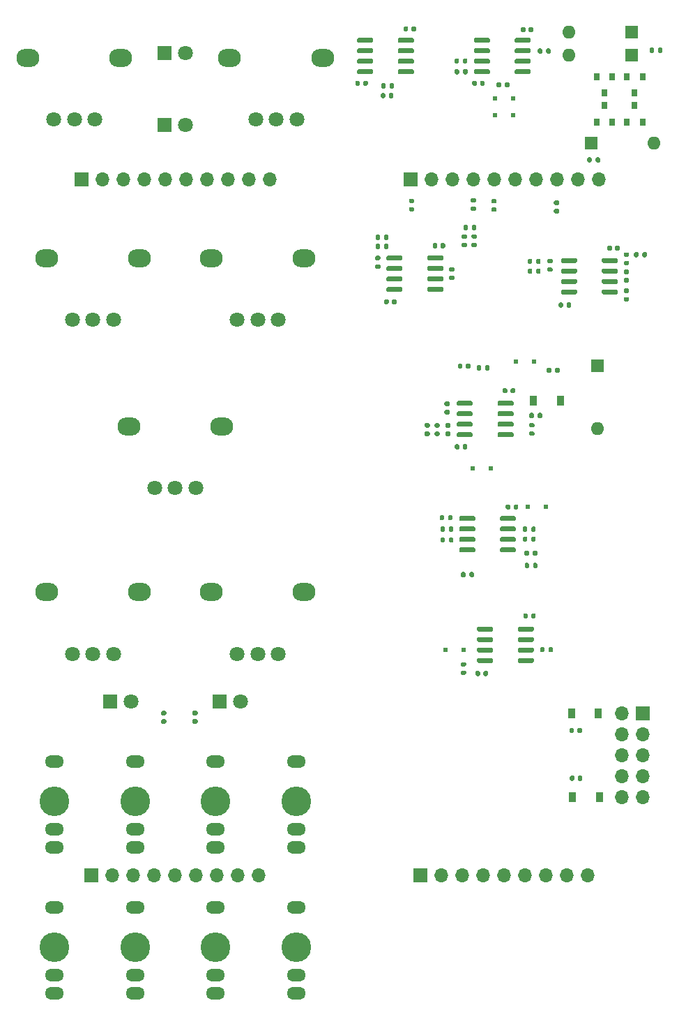
<source format=gbr>
%TF.GenerationSoftware,KiCad,Pcbnew,(5.1.7-0-10_14)*%
%TF.CreationDate,2021-05-28T11:23:36-04:00*%
%TF.ProjectId,SlewLimiter,536c6577-4c69-46d6-9974-65722e6b6963,rev?*%
%TF.SameCoordinates,Original*%
%TF.FileFunction,Soldermask,Top*%
%TF.FilePolarity,Negative*%
%FSLAX46Y46*%
G04 Gerber Fmt 4.6, Leading zero omitted, Abs format (unit mm)*
G04 Created by KiCad (PCBNEW (5.1.7-0-10_14)) date 2021-05-28 11:23:36*
%MOMM*%
%LPD*%
G01*
G04 APERTURE LIST*
%ADD10C,1.800000*%
%ADD11R,1.800000X1.800000*%
%ADD12O,2.800000X2.200000*%
%ADD13R,0.800000X0.900000*%
%ADD14C,3.600000*%
%ADD15O,2.300000X1.500000*%
%ADD16O,1.700000X1.700000*%
%ADD17R,1.700000X1.700000*%
%ADD18O,1.600000X1.600000*%
%ADD19R,1.600000X1.600000*%
%ADD20R,0.900000X1.200000*%
%ADD21R,0.500000X0.500000*%
G04 APERTURE END LIST*
D10*
%TO.C,D303*%
X51270000Y-63400000D03*
D11*
X48730000Y-63400000D03*
%TD*%
%TO.C,U202*%
G36*
G01*
X80600000Y-79645000D02*
X80600000Y-79345000D01*
G75*
G02*
X80750000Y-79195000I150000J0D01*
G01*
X82400000Y-79195000D01*
G75*
G02*
X82550000Y-79345000I0J-150000D01*
G01*
X82550000Y-79645000D01*
G75*
G02*
X82400000Y-79795000I-150000J0D01*
G01*
X80750000Y-79795000D01*
G75*
G02*
X80600000Y-79645000I0J150000D01*
G01*
G37*
G36*
G01*
X80600000Y-80915000D02*
X80600000Y-80615000D01*
G75*
G02*
X80750000Y-80465000I150000J0D01*
G01*
X82400000Y-80465000D01*
G75*
G02*
X82550000Y-80615000I0J-150000D01*
G01*
X82550000Y-80915000D01*
G75*
G02*
X82400000Y-81065000I-150000J0D01*
G01*
X80750000Y-81065000D01*
G75*
G02*
X80600000Y-80915000I0J150000D01*
G01*
G37*
G36*
G01*
X80600000Y-82185000D02*
X80600000Y-81885000D01*
G75*
G02*
X80750000Y-81735000I150000J0D01*
G01*
X82400000Y-81735000D01*
G75*
G02*
X82550000Y-81885000I0J-150000D01*
G01*
X82550000Y-82185000D01*
G75*
G02*
X82400000Y-82335000I-150000J0D01*
G01*
X80750000Y-82335000D01*
G75*
G02*
X80600000Y-82185000I0J150000D01*
G01*
G37*
G36*
G01*
X80600000Y-83455000D02*
X80600000Y-83155000D01*
G75*
G02*
X80750000Y-83005000I150000J0D01*
G01*
X82400000Y-83005000D01*
G75*
G02*
X82550000Y-83155000I0J-150000D01*
G01*
X82550000Y-83455000D01*
G75*
G02*
X82400000Y-83605000I-150000J0D01*
G01*
X80750000Y-83605000D01*
G75*
G02*
X80600000Y-83455000I0J150000D01*
G01*
G37*
G36*
G01*
X75650000Y-83455000D02*
X75650000Y-83155000D01*
G75*
G02*
X75800000Y-83005000I150000J0D01*
G01*
X77450000Y-83005000D01*
G75*
G02*
X77600000Y-83155000I0J-150000D01*
G01*
X77600000Y-83455000D01*
G75*
G02*
X77450000Y-83605000I-150000J0D01*
G01*
X75800000Y-83605000D01*
G75*
G02*
X75650000Y-83455000I0J150000D01*
G01*
G37*
G36*
G01*
X75650000Y-82185000D02*
X75650000Y-81885000D01*
G75*
G02*
X75800000Y-81735000I150000J0D01*
G01*
X77450000Y-81735000D01*
G75*
G02*
X77600000Y-81885000I0J-150000D01*
G01*
X77600000Y-82185000D01*
G75*
G02*
X77450000Y-82335000I-150000J0D01*
G01*
X75800000Y-82335000D01*
G75*
G02*
X75650000Y-82185000I0J150000D01*
G01*
G37*
G36*
G01*
X75650000Y-80915000D02*
X75650000Y-80615000D01*
G75*
G02*
X75800000Y-80465000I150000J0D01*
G01*
X77450000Y-80465000D01*
G75*
G02*
X77600000Y-80615000I0J-150000D01*
G01*
X77600000Y-80915000D01*
G75*
G02*
X77450000Y-81065000I-150000J0D01*
G01*
X75800000Y-81065000D01*
G75*
G02*
X75650000Y-80915000I0J150000D01*
G01*
G37*
G36*
G01*
X75650000Y-79645000D02*
X75650000Y-79345000D01*
G75*
G02*
X75800000Y-79195000I150000J0D01*
G01*
X77450000Y-79195000D01*
G75*
G02*
X77600000Y-79345000I0J-150000D01*
G01*
X77600000Y-79645000D01*
G75*
G02*
X77450000Y-79795000I-150000J0D01*
G01*
X75800000Y-79795000D01*
G75*
G02*
X75650000Y-79645000I0J150000D01*
G01*
G37*
%TD*%
%TO.C,U201*%
G36*
G01*
X101800000Y-79945000D02*
X101800000Y-79645000D01*
G75*
G02*
X101950000Y-79495000I150000J0D01*
G01*
X103600000Y-79495000D01*
G75*
G02*
X103750000Y-79645000I0J-150000D01*
G01*
X103750000Y-79945000D01*
G75*
G02*
X103600000Y-80095000I-150000J0D01*
G01*
X101950000Y-80095000D01*
G75*
G02*
X101800000Y-79945000I0J150000D01*
G01*
G37*
G36*
G01*
X101800000Y-81215000D02*
X101800000Y-80915000D01*
G75*
G02*
X101950000Y-80765000I150000J0D01*
G01*
X103600000Y-80765000D01*
G75*
G02*
X103750000Y-80915000I0J-150000D01*
G01*
X103750000Y-81215000D01*
G75*
G02*
X103600000Y-81365000I-150000J0D01*
G01*
X101950000Y-81365000D01*
G75*
G02*
X101800000Y-81215000I0J150000D01*
G01*
G37*
G36*
G01*
X101800000Y-82485000D02*
X101800000Y-82185000D01*
G75*
G02*
X101950000Y-82035000I150000J0D01*
G01*
X103600000Y-82035000D01*
G75*
G02*
X103750000Y-82185000I0J-150000D01*
G01*
X103750000Y-82485000D01*
G75*
G02*
X103600000Y-82635000I-150000J0D01*
G01*
X101950000Y-82635000D01*
G75*
G02*
X101800000Y-82485000I0J150000D01*
G01*
G37*
G36*
G01*
X101800000Y-83755000D02*
X101800000Y-83455000D01*
G75*
G02*
X101950000Y-83305000I150000J0D01*
G01*
X103600000Y-83305000D01*
G75*
G02*
X103750000Y-83455000I0J-150000D01*
G01*
X103750000Y-83755000D01*
G75*
G02*
X103600000Y-83905000I-150000J0D01*
G01*
X101950000Y-83905000D01*
G75*
G02*
X101800000Y-83755000I0J150000D01*
G01*
G37*
G36*
G01*
X96850000Y-83755000D02*
X96850000Y-83455000D01*
G75*
G02*
X97000000Y-83305000I150000J0D01*
G01*
X98650000Y-83305000D01*
G75*
G02*
X98800000Y-83455000I0J-150000D01*
G01*
X98800000Y-83755000D01*
G75*
G02*
X98650000Y-83905000I-150000J0D01*
G01*
X97000000Y-83905000D01*
G75*
G02*
X96850000Y-83755000I0J150000D01*
G01*
G37*
G36*
G01*
X96850000Y-82485000D02*
X96850000Y-82185000D01*
G75*
G02*
X97000000Y-82035000I150000J0D01*
G01*
X98650000Y-82035000D01*
G75*
G02*
X98800000Y-82185000I0J-150000D01*
G01*
X98800000Y-82485000D01*
G75*
G02*
X98650000Y-82635000I-150000J0D01*
G01*
X97000000Y-82635000D01*
G75*
G02*
X96850000Y-82485000I0J150000D01*
G01*
G37*
G36*
G01*
X96850000Y-81215000D02*
X96850000Y-80915000D01*
G75*
G02*
X97000000Y-80765000I150000J0D01*
G01*
X98650000Y-80765000D01*
G75*
G02*
X98800000Y-80915000I0J-150000D01*
G01*
X98800000Y-81215000D01*
G75*
G02*
X98650000Y-81365000I-150000J0D01*
G01*
X97000000Y-81365000D01*
G75*
G02*
X96850000Y-81215000I0J150000D01*
G01*
G37*
G36*
G01*
X96850000Y-79945000D02*
X96850000Y-79645000D01*
G75*
G02*
X97000000Y-79495000I150000J0D01*
G01*
X98650000Y-79495000D01*
G75*
G02*
X98800000Y-79645000I0J-150000D01*
G01*
X98800000Y-79945000D01*
G75*
G02*
X98650000Y-80095000I-150000J0D01*
G01*
X97000000Y-80095000D01*
G75*
G02*
X96850000Y-79945000I0J150000D01*
G01*
G37*
%TD*%
%TO.C,U105*%
G36*
G01*
X89425000Y-111250000D02*
X89425000Y-110950000D01*
G75*
G02*
X89575000Y-110800000I150000J0D01*
G01*
X91225000Y-110800000D01*
G75*
G02*
X91375000Y-110950000I0J-150000D01*
G01*
X91375000Y-111250000D01*
G75*
G02*
X91225000Y-111400000I-150000J0D01*
G01*
X89575000Y-111400000D01*
G75*
G02*
X89425000Y-111250000I0J150000D01*
G01*
G37*
G36*
G01*
X89425000Y-112520000D02*
X89425000Y-112220000D01*
G75*
G02*
X89575000Y-112070000I150000J0D01*
G01*
X91225000Y-112070000D01*
G75*
G02*
X91375000Y-112220000I0J-150000D01*
G01*
X91375000Y-112520000D01*
G75*
G02*
X91225000Y-112670000I-150000J0D01*
G01*
X89575000Y-112670000D01*
G75*
G02*
X89425000Y-112520000I0J150000D01*
G01*
G37*
G36*
G01*
X89425000Y-113790000D02*
X89425000Y-113490000D01*
G75*
G02*
X89575000Y-113340000I150000J0D01*
G01*
X91225000Y-113340000D01*
G75*
G02*
X91375000Y-113490000I0J-150000D01*
G01*
X91375000Y-113790000D01*
G75*
G02*
X91225000Y-113940000I-150000J0D01*
G01*
X89575000Y-113940000D01*
G75*
G02*
X89425000Y-113790000I0J150000D01*
G01*
G37*
G36*
G01*
X89425000Y-115060000D02*
X89425000Y-114760000D01*
G75*
G02*
X89575000Y-114610000I150000J0D01*
G01*
X91225000Y-114610000D01*
G75*
G02*
X91375000Y-114760000I0J-150000D01*
G01*
X91375000Y-115060000D01*
G75*
G02*
X91225000Y-115210000I-150000J0D01*
G01*
X89575000Y-115210000D01*
G75*
G02*
X89425000Y-115060000I0J150000D01*
G01*
G37*
G36*
G01*
X84475000Y-115060000D02*
X84475000Y-114760000D01*
G75*
G02*
X84625000Y-114610000I150000J0D01*
G01*
X86275000Y-114610000D01*
G75*
G02*
X86425000Y-114760000I0J-150000D01*
G01*
X86425000Y-115060000D01*
G75*
G02*
X86275000Y-115210000I-150000J0D01*
G01*
X84625000Y-115210000D01*
G75*
G02*
X84475000Y-115060000I0J150000D01*
G01*
G37*
G36*
G01*
X84475000Y-113790000D02*
X84475000Y-113490000D01*
G75*
G02*
X84625000Y-113340000I150000J0D01*
G01*
X86275000Y-113340000D01*
G75*
G02*
X86425000Y-113490000I0J-150000D01*
G01*
X86425000Y-113790000D01*
G75*
G02*
X86275000Y-113940000I-150000J0D01*
G01*
X84625000Y-113940000D01*
G75*
G02*
X84475000Y-113790000I0J150000D01*
G01*
G37*
G36*
G01*
X84475000Y-112520000D02*
X84475000Y-112220000D01*
G75*
G02*
X84625000Y-112070000I150000J0D01*
G01*
X86275000Y-112070000D01*
G75*
G02*
X86425000Y-112220000I0J-150000D01*
G01*
X86425000Y-112520000D01*
G75*
G02*
X86275000Y-112670000I-150000J0D01*
G01*
X84625000Y-112670000D01*
G75*
G02*
X84475000Y-112520000I0J150000D01*
G01*
G37*
G36*
G01*
X84475000Y-111250000D02*
X84475000Y-110950000D01*
G75*
G02*
X84625000Y-110800000I150000J0D01*
G01*
X86275000Y-110800000D01*
G75*
G02*
X86425000Y-110950000I0J-150000D01*
G01*
X86425000Y-111250000D01*
G75*
G02*
X86275000Y-111400000I-150000J0D01*
G01*
X84625000Y-111400000D01*
G75*
G02*
X84475000Y-111250000I0J150000D01*
G01*
G37*
%TD*%
%TO.C,U104*%
G36*
G01*
X77025000Y-53250000D02*
X77025000Y-52950000D01*
G75*
G02*
X77175000Y-52800000I150000J0D01*
G01*
X78825000Y-52800000D01*
G75*
G02*
X78975000Y-52950000I0J-150000D01*
G01*
X78975000Y-53250000D01*
G75*
G02*
X78825000Y-53400000I-150000J0D01*
G01*
X77175000Y-53400000D01*
G75*
G02*
X77025000Y-53250000I0J150000D01*
G01*
G37*
G36*
G01*
X77025000Y-54520000D02*
X77025000Y-54220000D01*
G75*
G02*
X77175000Y-54070000I150000J0D01*
G01*
X78825000Y-54070000D01*
G75*
G02*
X78975000Y-54220000I0J-150000D01*
G01*
X78975000Y-54520000D01*
G75*
G02*
X78825000Y-54670000I-150000J0D01*
G01*
X77175000Y-54670000D01*
G75*
G02*
X77025000Y-54520000I0J150000D01*
G01*
G37*
G36*
G01*
X77025000Y-55790000D02*
X77025000Y-55490000D01*
G75*
G02*
X77175000Y-55340000I150000J0D01*
G01*
X78825000Y-55340000D01*
G75*
G02*
X78975000Y-55490000I0J-150000D01*
G01*
X78975000Y-55790000D01*
G75*
G02*
X78825000Y-55940000I-150000J0D01*
G01*
X77175000Y-55940000D01*
G75*
G02*
X77025000Y-55790000I0J150000D01*
G01*
G37*
G36*
G01*
X77025000Y-57060000D02*
X77025000Y-56760000D01*
G75*
G02*
X77175000Y-56610000I150000J0D01*
G01*
X78825000Y-56610000D01*
G75*
G02*
X78975000Y-56760000I0J-150000D01*
G01*
X78975000Y-57060000D01*
G75*
G02*
X78825000Y-57210000I-150000J0D01*
G01*
X77175000Y-57210000D01*
G75*
G02*
X77025000Y-57060000I0J150000D01*
G01*
G37*
G36*
G01*
X72075000Y-57060000D02*
X72075000Y-56760000D01*
G75*
G02*
X72225000Y-56610000I150000J0D01*
G01*
X73875000Y-56610000D01*
G75*
G02*
X74025000Y-56760000I0J-150000D01*
G01*
X74025000Y-57060000D01*
G75*
G02*
X73875000Y-57210000I-150000J0D01*
G01*
X72225000Y-57210000D01*
G75*
G02*
X72075000Y-57060000I0J150000D01*
G01*
G37*
G36*
G01*
X72075000Y-55790000D02*
X72075000Y-55490000D01*
G75*
G02*
X72225000Y-55340000I150000J0D01*
G01*
X73875000Y-55340000D01*
G75*
G02*
X74025000Y-55490000I0J-150000D01*
G01*
X74025000Y-55790000D01*
G75*
G02*
X73875000Y-55940000I-150000J0D01*
G01*
X72225000Y-55940000D01*
G75*
G02*
X72075000Y-55790000I0J150000D01*
G01*
G37*
G36*
G01*
X72075000Y-54520000D02*
X72075000Y-54220000D01*
G75*
G02*
X72225000Y-54070000I150000J0D01*
G01*
X73875000Y-54070000D01*
G75*
G02*
X74025000Y-54220000I0J-150000D01*
G01*
X74025000Y-54520000D01*
G75*
G02*
X73875000Y-54670000I-150000J0D01*
G01*
X72225000Y-54670000D01*
G75*
G02*
X72075000Y-54520000I0J150000D01*
G01*
G37*
G36*
G01*
X72075000Y-53250000D02*
X72075000Y-52950000D01*
G75*
G02*
X72225000Y-52800000I150000J0D01*
G01*
X73875000Y-52800000D01*
G75*
G02*
X74025000Y-52950000I0J-150000D01*
G01*
X74025000Y-53250000D01*
G75*
G02*
X73875000Y-53400000I-150000J0D01*
G01*
X72225000Y-53400000D01*
G75*
G02*
X72075000Y-53250000I0J150000D01*
G01*
G37*
%TD*%
%TO.C,U103*%
G36*
G01*
X91600000Y-124645000D02*
X91600000Y-124345000D01*
G75*
G02*
X91750000Y-124195000I150000J0D01*
G01*
X93400000Y-124195000D01*
G75*
G02*
X93550000Y-124345000I0J-150000D01*
G01*
X93550000Y-124645000D01*
G75*
G02*
X93400000Y-124795000I-150000J0D01*
G01*
X91750000Y-124795000D01*
G75*
G02*
X91600000Y-124645000I0J150000D01*
G01*
G37*
G36*
G01*
X91600000Y-125915000D02*
X91600000Y-125615000D01*
G75*
G02*
X91750000Y-125465000I150000J0D01*
G01*
X93400000Y-125465000D01*
G75*
G02*
X93550000Y-125615000I0J-150000D01*
G01*
X93550000Y-125915000D01*
G75*
G02*
X93400000Y-126065000I-150000J0D01*
G01*
X91750000Y-126065000D01*
G75*
G02*
X91600000Y-125915000I0J150000D01*
G01*
G37*
G36*
G01*
X91600000Y-127185000D02*
X91600000Y-126885000D01*
G75*
G02*
X91750000Y-126735000I150000J0D01*
G01*
X93400000Y-126735000D01*
G75*
G02*
X93550000Y-126885000I0J-150000D01*
G01*
X93550000Y-127185000D01*
G75*
G02*
X93400000Y-127335000I-150000J0D01*
G01*
X91750000Y-127335000D01*
G75*
G02*
X91600000Y-127185000I0J150000D01*
G01*
G37*
G36*
G01*
X91600000Y-128455000D02*
X91600000Y-128155000D01*
G75*
G02*
X91750000Y-128005000I150000J0D01*
G01*
X93400000Y-128005000D01*
G75*
G02*
X93550000Y-128155000I0J-150000D01*
G01*
X93550000Y-128455000D01*
G75*
G02*
X93400000Y-128605000I-150000J0D01*
G01*
X91750000Y-128605000D01*
G75*
G02*
X91600000Y-128455000I0J150000D01*
G01*
G37*
G36*
G01*
X86650000Y-128455000D02*
X86650000Y-128155000D01*
G75*
G02*
X86800000Y-128005000I150000J0D01*
G01*
X88450000Y-128005000D01*
G75*
G02*
X88600000Y-128155000I0J-150000D01*
G01*
X88600000Y-128455000D01*
G75*
G02*
X88450000Y-128605000I-150000J0D01*
G01*
X86800000Y-128605000D01*
G75*
G02*
X86650000Y-128455000I0J150000D01*
G01*
G37*
G36*
G01*
X86650000Y-127185000D02*
X86650000Y-126885000D01*
G75*
G02*
X86800000Y-126735000I150000J0D01*
G01*
X88450000Y-126735000D01*
G75*
G02*
X88600000Y-126885000I0J-150000D01*
G01*
X88600000Y-127185000D01*
G75*
G02*
X88450000Y-127335000I-150000J0D01*
G01*
X86800000Y-127335000D01*
G75*
G02*
X86650000Y-127185000I0J150000D01*
G01*
G37*
G36*
G01*
X86650000Y-125915000D02*
X86650000Y-125615000D01*
G75*
G02*
X86800000Y-125465000I150000J0D01*
G01*
X88450000Y-125465000D01*
G75*
G02*
X88600000Y-125615000I0J-150000D01*
G01*
X88600000Y-125915000D01*
G75*
G02*
X88450000Y-126065000I-150000J0D01*
G01*
X86800000Y-126065000D01*
G75*
G02*
X86650000Y-125915000I0J150000D01*
G01*
G37*
G36*
G01*
X86650000Y-124645000D02*
X86650000Y-124345000D01*
G75*
G02*
X86800000Y-124195000I150000J0D01*
G01*
X88450000Y-124195000D01*
G75*
G02*
X88600000Y-124345000I0J-150000D01*
G01*
X88600000Y-124645000D01*
G75*
G02*
X88450000Y-124795000I-150000J0D01*
G01*
X86800000Y-124795000D01*
G75*
G02*
X86650000Y-124645000I0J150000D01*
G01*
G37*
%TD*%
%TO.C,U102*%
G36*
G01*
X89125000Y-97280000D02*
X89125000Y-96980000D01*
G75*
G02*
X89275000Y-96830000I150000J0D01*
G01*
X90925000Y-96830000D01*
G75*
G02*
X91075000Y-96980000I0J-150000D01*
G01*
X91075000Y-97280000D01*
G75*
G02*
X90925000Y-97430000I-150000J0D01*
G01*
X89275000Y-97430000D01*
G75*
G02*
X89125000Y-97280000I0J150000D01*
G01*
G37*
G36*
G01*
X89125000Y-98550000D02*
X89125000Y-98250000D01*
G75*
G02*
X89275000Y-98100000I150000J0D01*
G01*
X90925000Y-98100000D01*
G75*
G02*
X91075000Y-98250000I0J-150000D01*
G01*
X91075000Y-98550000D01*
G75*
G02*
X90925000Y-98700000I-150000J0D01*
G01*
X89275000Y-98700000D01*
G75*
G02*
X89125000Y-98550000I0J150000D01*
G01*
G37*
G36*
G01*
X89125000Y-99820000D02*
X89125000Y-99520000D01*
G75*
G02*
X89275000Y-99370000I150000J0D01*
G01*
X90925000Y-99370000D01*
G75*
G02*
X91075000Y-99520000I0J-150000D01*
G01*
X91075000Y-99820000D01*
G75*
G02*
X90925000Y-99970000I-150000J0D01*
G01*
X89275000Y-99970000D01*
G75*
G02*
X89125000Y-99820000I0J150000D01*
G01*
G37*
G36*
G01*
X89125000Y-101090000D02*
X89125000Y-100790000D01*
G75*
G02*
X89275000Y-100640000I150000J0D01*
G01*
X90925000Y-100640000D01*
G75*
G02*
X91075000Y-100790000I0J-150000D01*
G01*
X91075000Y-101090000D01*
G75*
G02*
X90925000Y-101240000I-150000J0D01*
G01*
X89275000Y-101240000D01*
G75*
G02*
X89125000Y-101090000I0J150000D01*
G01*
G37*
G36*
G01*
X84175000Y-101090000D02*
X84175000Y-100790000D01*
G75*
G02*
X84325000Y-100640000I150000J0D01*
G01*
X85975000Y-100640000D01*
G75*
G02*
X86125000Y-100790000I0J-150000D01*
G01*
X86125000Y-101090000D01*
G75*
G02*
X85975000Y-101240000I-150000J0D01*
G01*
X84325000Y-101240000D01*
G75*
G02*
X84175000Y-101090000I0J150000D01*
G01*
G37*
G36*
G01*
X84175000Y-99820000D02*
X84175000Y-99520000D01*
G75*
G02*
X84325000Y-99370000I150000J0D01*
G01*
X85975000Y-99370000D01*
G75*
G02*
X86125000Y-99520000I0J-150000D01*
G01*
X86125000Y-99820000D01*
G75*
G02*
X85975000Y-99970000I-150000J0D01*
G01*
X84325000Y-99970000D01*
G75*
G02*
X84175000Y-99820000I0J150000D01*
G01*
G37*
G36*
G01*
X84175000Y-98550000D02*
X84175000Y-98250000D01*
G75*
G02*
X84325000Y-98100000I150000J0D01*
G01*
X85975000Y-98100000D01*
G75*
G02*
X86125000Y-98250000I0J-150000D01*
G01*
X86125000Y-98550000D01*
G75*
G02*
X85975000Y-98700000I-150000J0D01*
G01*
X84325000Y-98700000D01*
G75*
G02*
X84175000Y-98550000I0J150000D01*
G01*
G37*
G36*
G01*
X84175000Y-97280000D02*
X84175000Y-96980000D01*
G75*
G02*
X84325000Y-96830000I150000J0D01*
G01*
X85975000Y-96830000D01*
G75*
G02*
X86125000Y-96980000I0J-150000D01*
G01*
X86125000Y-97280000D01*
G75*
G02*
X85975000Y-97430000I-150000J0D01*
G01*
X84325000Y-97430000D01*
G75*
G02*
X84175000Y-97280000I0J150000D01*
G01*
G37*
%TD*%
%TO.C,U101*%
G36*
G01*
X91225000Y-53250000D02*
X91225000Y-52950000D01*
G75*
G02*
X91375000Y-52800000I150000J0D01*
G01*
X93025000Y-52800000D01*
G75*
G02*
X93175000Y-52950000I0J-150000D01*
G01*
X93175000Y-53250000D01*
G75*
G02*
X93025000Y-53400000I-150000J0D01*
G01*
X91375000Y-53400000D01*
G75*
G02*
X91225000Y-53250000I0J150000D01*
G01*
G37*
G36*
G01*
X91225000Y-54520000D02*
X91225000Y-54220000D01*
G75*
G02*
X91375000Y-54070000I150000J0D01*
G01*
X93025000Y-54070000D01*
G75*
G02*
X93175000Y-54220000I0J-150000D01*
G01*
X93175000Y-54520000D01*
G75*
G02*
X93025000Y-54670000I-150000J0D01*
G01*
X91375000Y-54670000D01*
G75*
G02*
X91225000Y-54520000I0J150000D01*
G01*
G37*
G36*
G01*
X91225000Y-55790000D02*
X91225000Y-55490000D01*
G75*
G02*
X91375000Y-55340000I150000J0D01*
G01*
X93025000Y-55340000D01*
G75*
G02*
X93175000Y-55490000I0J-150000D01*
G01*
X93175000Y-55790000D01*
G75*
G02*
X93025000Y-55940000I-150000J0D01*
G01*
X91375000Y-55940000D01*
G75*
G02*
X91225000Y-55790000I0J150000D01*
G01*
G37*
G36*
G01*
X91225000Y-57060000D02*
X91225000Y-56760000D01*
G75*
G02*
X91375000Y-56610000I150000J0D01*
G01*
X93025000Y-56610000D01*
G75*
G02*
X93175000Y-56760000I0J-150000D01*
G01*
X93175000Y-57060000D01*
G75*
G02*
X93025000Y-57210000I-150000J0D01*
G01*
X91375000Y-57210000D01*
G75*
G02*
X91225000Y-57060000I0J150000D01*
G01*
G37*
G36*
G01*
X86275000Y-57060000D02*
X86275000Y-56760000D01*
G75*
G02*
X86425000Y-56610000I150000J0D01*
G01*
X88075000Y-56610000D01*
G75*
G02*
X88225000Y-56760000I0J-150000D01*
G01*
X88225000Y-57060000D01*
G75*
G02*
X88075000Y-57210000I-150000J0D01*
G01*
X86425000Y-57210000D01*
G75*
G02*
X86275000Y-57060000I0J150000D01*
G01*
G37*
G36*
G01*
X86275000Y-55790000D02*
X86275000Y-55490000D01*
G75*
G02*
X86425000Y-55340000I150000J0D01*
G01*
X88075000Y-55340000D01*
G75*
G02*
X88225000Y-55490000I0J-150000D01*
G01*
X88225000Y-55790000D01*
G75*
G02*
X88075000Y-55940000I-150000J0D01*
G01*
X86425000Y-55940000D01*
G75*
G02*
X86275000Y-55790000I0J150000D01*
G01*
G37*
G36*
G01*
X86275000Y-54520000D02*
X86275000Y-54220000D01*
G75*
G02*
X86425000Y-54070000I150000J0D01*
G01*
X88075000Y-54070000D01*
G75*
G02*
X88225000Y-54220000I0J-150000D01*
G01*
X88225000Y-54520000D01*
G75*
G02*
X88075000Y-54670000I-150000J0D01*
G01*
X86425000Y-54670000D01*
G75*
G02*
X86275000Y-54520000I0J150000D01*
G01*
G37*
G36*
G01*
X86275000Y-53250000D02*
X86275000Y-52950000D01*
G75*
G02*
X86425000Y-52800000I150000J0D01*
G01*
X88075000Y-52800000D01*
G75*
G02*
X88225000Y-52950000I0J-150000D01*
G01*
X88225000Y-53250000D01*
G75*
G02*
X88075000Y-53400000I-150000J0D01*
G01*
X86425000Y-53400000D01*
G75*
G02*
X86275000Y-53250000I0J150000D01*
G01*
G37*
%TD*%
D12*
%TO.C,RV307*%
X65650000Y-120000000D03*
X54350000Y-120000000D03*
D10*
X62500000Y-127500000D03*
X60000000Y-127500000D03*
X57500000Y-127500000D03*
%TD*%
D12*
%TO.C,RV306*%
X65650000Y-79500000D03*
X54350000Y-79500000D03*
D10*
X62500000Y-87000000D03*
X60000000Y-87000000D03*
X57500000Y-87000000D03*
%TD*%
D12*
%TO.C,RV305*%
X67900000Y-55200000D03*
X56600000Y-55200000D03*
D10*
X64750000Y-62700000D03*
X62250000Y-62700000D03*
X59750000Y-62700000D03*
%TD*%
D12*
%TO.C,RV304*%
X55650000Y-99900000D03*
X44350000Y-99900000D03*
D10*
X52500000Y-107400000D03*
X50000000Y-107400000D03*
X47500000Y-107400000D03*
%TD*%
D12*
%TO.C,RV303*%
X45650000Y-120000000D03*
X34350000Y-120000000D03*
D10*
X42500000Y-127500000D03*
X40000000Y-127500000D03*
X37500000Y-127500000D03*
%TD*%
D12*
%TO.C,RV302*%
X45650000Y-79500000D03*
X34350000Y-79500000D03*
D10*
X42500000Y-87000000D03*
X40000000Y-87000000D03*
X37500000Y-87000000D03*
%TD*%
D12*
%TO.C,RV301*%
X43400000Y-55200000D03*
X32100000Y-55200000D03*
D10*
X40250000Y-62700000D03*
X37750000Y-62700000D03*
X35250000Y-62700000D03*
%TD*%
%TO.C,R302*%
G36*
G01*
X48785000Y-134970000D02*
X48415000Y-134970000D01*
G75*
G02*
X48280000Y-134835000I0J135000D01*
G01*
X48280000Y-134565000D01*
G75*
G02*
X48415000Y-134430000I135000J0D01*
G01*
X48785000Y-134430000D01*
G75*
G02*
X48920000Y-134565000I0J-135000D01*
G01*
X48920000Y-134835000D01*
G75*
G02*
X48785000Y-134970000I-135000J0D01*
G01*
G37*
G36*
G01*
X48785000Y-135990000D02*
X48415000Y-135990000D01*
G75*
G02*
X48280000Y-135855000I0J135000D01*
G01*
X48280000Y-135585000D01*
G75*
G02*
X48415000Y-135450000I135000J0D01*
G01*
X48785000Y-135450000D01*
G75*
G02*
X48920000Y-135585000I0J-135000D01*
G01*
X48920000Y-135855000D01*
G75*
G02*
X48785000Y-135990000I-135000J0D01*
G01*
G37*
%TD*%
%TO.C,R301*%
G36*
G01*
X52585000Y-134960000D02*
X52215000Y-134960000D01*
G75*
G02*
X52080000Y-134825000I0J135000D01*
G01*
X52080000Y-134555000D01*
G75*
G02*
X52215000Y-134420000I135000J0D01*
G01*
X52585000Y-134420000D01*
G75*
G02*
X52720000Y-134555000I0J-135000D01*
G01*
X52720000Y-134825000D01*
G75*
G02*
X52585000Y-134960000I-135000J0D01*
G01*
G37*
G36*
G01*
X52585000Y-135980000D02*
X52215000Y-135980000D01*
G75*
G02*
X52080000Y-135845000I0J135000D01*
G01*
X52080000Y-135575000D01*
G75*
G02*
X52215000Y-135440000I135000J0D01*
G01*
X52585000Y-135440000D01*
G75*
G02*
X52720000Y-135575000I0J-135000D01*
G01*
X52720000Y-135845000D01*
G75*
G02*
X52585000Y-135980000I-135000J0D01*
G01*
G37*
%TD*%
%TO.C,R219*%
G36*
G01*
X86030000Y-75985000D02*
X86030000Y-75615000D01*
G75*
G02*
X86165000Y-75480000I135000J0D01*
G01*
X86435000Y-75480000D01*
G75*
G02*
X86570000Y-75615000I0J-135000D01*
G01*
X86570000Y-75985000D01*
G75*
G02*
X86435000Y-76120000I-135000J0D01*
G01*
X86165000Y-76120000D01*
G75*
G02*
X86030000Y-75985000I0J135000D01*
G01*
G37*
G36*
G01*
X85010000Y-75985000D02*
X85010000Y-75615000D01*
G75*
G02*
X85145000Y-75480000I135000J0D01*
G01*
X85415000Y-75480000D01*
G75*
G02*
X85550000Y-75615000I0J-135000D01*
G01*
X85550000Y-75985000D01*
G75*
G02*
X85415000Y-76120000I-135000J0D01*
G01*
X85145000Y-76120000D01*
G75*
G02*
X85010000Y-75985000I0J135000D01*
G01*
G37*
%TD*%
%TO.C,R218*%
G36*
G01*
X106250000Y-78915000D02*
X106250000Y-79285000D01*
G75*
G02*
X106115000Y-79420000I-135000J0D01*
G01*
X105845000Y-79420000D01*
G75*
G02*
X105710000Y-79285000I0J135000D01*
G01*
X105710000Y-78915000D01*
G75*
G02*
X105845000Y-78780000I135000J0D01*
G01*
X106115000Y-78780000D01*
G75*
G02*
X106250000Y-78915000I0J-135000D01*
G01*
G37*
G36*
G01*
X107270000Y-78915000D02*
X107270000Y-79285000D01*
G75*
G02*
X107135000Y-79420000I-135000J0D01*
G01*
X106865000Y-79420000D01*
G75*
G02*
X106730000Y-79285000I0J135000D01*
G01*
X106730000Y-78915000D01*
G75*
G02*
X106865000Y-78780000I135000J0D01*
G01*
X107135000Y-78780000D01*
G75*
G02*
X107270000Y-78915000I0J-135000D01*
G01*
G37*
%TD*%
%TO.C,R217*%
G36*
G01*
X86115000Y-77630000D02*
X86485000Y-77630000D01*
G75*
G02*
X86620000Y-77765000I0J-135000D01*
G01*
X86620000Y-78035000D01*
G75*
G02*
X86485000Y-78170000I-135000J0D01*
G01*
X86115000Y-78170000D01*
G75*
G02*
X85980000Y-78035000I0J135000D01*
G01*
X85980000Y-77765000D01*
G75*
G02*
X86115000Y-77630000I135000J0D01*
G01*
G37*
G36*
G01*
X86115000Y-76610000D02*
X86485000Y-76610000D01*
G75*
G02*
X86620000Y-76745000I0J-135000D01*
G01*
X86620000Y-77015000D01*
G75*
G02*
X86485000Y-77150000I-135000J0D01*
G01*
X86115000Y-77150000D01*
G75*
G02*
X85980000Y-77015000I0J135000D01*
G01*
X85980000Y-76745000D01*
G75*
G02*
X86115000Y-76610000I135000J0D01*
G01*
G37*
%TD*%
%TO.C,R216*%
G36*
G01*
X86385000Y-72770000D02*
X86015000Y-72770000D01*
G75*
G02*
X85880000Y-72635000I0J135000D01*
G01*
X85880000Y-72365000D01*
G75*
G02*
X86015000Y-72230000I135000J0D01*
G01*
X86385000Y-72230000D01*
G75*
G02*
X86520000Y-72365000I0J-135000D01*
G01*
X86520000Y-72635000D01*
G75*
G02*
X86385000Y-72770000I-135000J0D01*
G01*
G37*
G36*
G01*
X86385000Y-73790000D02*
X86015000Y-73790000D01*
G75*
G02*
X85880000Y-73655000I0J135000D01*
G01*
X85880000Y-73385000D01*
G75*
G02*
X86015000Y-73250000I135000J0D01*
G01*
X86385000Y-73250000D01*
G75*
G02*
X86520000Y-73385000I0J-135000D01*
G01*
X86520000Y-73655000D01*
G75*
G02*
X86385000Y-73790000I-135000J0D01*
G01*
G37*
%TD*%
%TO.C,R215*%
G36*
G01*
X104615000Y-79830000D02*
X104985000Y-79830000D01*
G75*
G02*
X105120000Y-79965000I0J-135000D01*
G01*
X105120000Y-80235000D01*
G75*
G02*
X104985000Y-80370000I-135000J0D01*
G01*
X104615000Y-80370000D01*
G75*
G02*
X104480000Y-80235000I0J135000D01*
G01*
X104480000Y-79965000D01*
G75*
G02*
X104615000Y-79830000I135000J0D01*
G01*
G37*
G36*
G01*
X104615000Y-78810000D02*
X104985000Y-78810000D01*
G75*
G02*
X105120000Y-78945000I0J-135000D01*
G01*
X105120000Y-79215000D01*
G75*
G02*
X104985000Y-79350000I-135000J0D01*
G01*
X104615000Y-79350000D01*
G75*
G02*
X104480000Y-79215000I0J135000D01*
G01*
X104480000Y-78945000D01*
G75*
G02*
X104615000Y-78810000I135000J0D01*
G01*
G37*
%TD*%
%TO.C,R214*%
G36*
G01*
X96485000Y-73070000D02*
X96115000Y-73070000D01*
G75*
G02*
X95980000Y-72935000I0J135000D01*
G01*
X95980000Y-72665000D01*
G75*
G02*
X96115000Y-72530000I135000J0D01*
G01*
X96485000Y-72530000D01*
G75*
G02*
X96620000Y-72665000I0J-135000D01*
G01*
X96620000Y-72935000D01*
G75*
G02*
X96485000Y-73070000I-135000J0D01*
G01*
G37*
G36*
G01*
X96485000Y-74090000D02*
X96115000Y-74090000D01*
G75*
G02*
X95980000Y-73955000I0J135000D01*
G01*
X95980000Y-73685000D01*
G75*
G02*
X96115000Y-73550000I135000J0D01*
G01*
X96485000Y-73550000D01*
G75*
G02*
X96620000Y-73685000I0J-135000D01*
G01*
X96620000Y-73955000D01*
G75*
G02*
X96485000Y-74090000I-135000J0D01*
G01*
G37*
%TD*%
%TO.C,R213*%
G36*
G01*
X83415000Y-81630000D02*
X83785000Y-81630000D01*
G75*
G02*
X83920000Y-81765000I0J-135000D01*
G01*
X83920000Y-82035000D01*
G75*
G02*
X83785000Y-82170000I-135000J0D01*
G01*
X83415000Y-82170000D01*
G75*
G02*
X83280000Y-82035000I0J135000D01*
G01*
X83280000Y-81765000D01*
G75*
G02*
X83415000Y-81630000I135000J0D01*
G01*
G37*
G36*
G01*
X83415000Y-80610000D02*
X83785000Y-80610000D01*
G75*
G02*
X83920000Y-80745000I0J-135000D01*
G01*
X83920000Y-81015000D01*
G75*
G02*
X83785000Y-81150000I-135000J0D01*
G01*
X83415000Y-81150000D01*
G75*
G02*
X83280000Y-81015000I0J135000D01*
G01*
X83280000Y-80745000D01*
G75*
G02*
X83415000Y-80610000I135000J0D01*
G01*
G37*
%TD*%
%TO.C,R212*%
G36*
G01*
X104615000Y-81930000D02*
X104985000Y-81930000D01*
G75*
G02*
X105120000Y-82065000I0J-135000D01*
G01*
X105120000Y-82335000D01*
G75*
G02*
X104985000Y-82470000I-135000J0D01*
G01*
X104615000Y-82470000D01*
G75*
G02*
X104480000Y-82335000I0J135000D01*
G01*
X104480000Y-82065000D01*
G75*
G02*
X104615000Y-81930000I135000J0D01*
G01*
G37*
G36*
G01*
X104615000Y-80910000D02*
X104985000Y-80910000D01*
G75*
G02*
X105120000Y-81045000I0J-135000D01*
G01*
X105120000Y-81315000D01*
G75*
G02*
X104985000Y-81450000I-135000J0D01*
G01*
X104615000Y-81450000D01*
G75*
G02*
X104480000Y-81315000I0J135000D01*
G01*
X104480000Y-81045000D01*
G75*
G02*
X104615000Y-80910000I135000J0D01*
G01*
G37*
%TD*%
%TO.C,R211*%
G36*
G01*
X85285000Y-77170000D02*
X84915000Y-77170000D01*
G75*
G02*
X84780000Y-77035000I0J135000D01*
G01*
X84780000Y-76765000D01*
G75*
G02*
X84915000Y-76630000I135000J0D01*
G01*
X85285000Y-76630000D01*
G75*
G02*
X85420000Y-76765000I0J-135000D01*
G01*
X85420000Y-77035000D01*
G75*
G02*
X85285000Y-77170000I-135000J0D01*
G01*
G37*
G36*
G01*
X85285000Y-78190000D02*
X84915000Y-78190000D01*
G75*
G02*
X84780000Y-78055000I0J135000D01*
G01*
X84780000Y-77785000D01*
G75*
G02*
X84915000Y-77650000I135000J0D01*
G01*
X85285000Y-77650000D01*
G75*
G02*
X85420000Y-77785000I0J-135000D01*
G01*
X85420000Y-78055000D01*
G75*
G02*
X85285000Y-78190000I-135000J0D01*
G01*
G37*
%TD*%
%TO.C,R210*%
G36*
G01*
X104615000Y-84230000D02*
X104985000Y-84230000D01*
G75*
G02*
X105120000Y-84365000I0J-135000D01*
G01*
X105120000Y-84635000D01*
G75*
G02*
X104985000Y-84770000I-135000J0D01*
G01*
X104615000Y-84770000D01*
G75*
G02*
X104480000Y-84635000I0J135000D01*
G01*
X104480000Y-84365000D01*
G75*
G02*
X104615000Y-84230000I135000J0D01*
G01*
G37*
G36*
G01*
X104615000Y-83210000D02*
X104985000Y-83210000D01*
G75*
G02*
X105120000Y-83345000I0J-135000D01*
G01*
X105120000Y-83615000D01*
G75*
G02*
X104985000Y-83750000I-135000J0D01*
G01*
X104615000Y-83750000D01*
G75*
G02*
X104480000Y-83615000I0J135000D01*
G01*
X104480000Y-83345000D01*
G75*
G02*
X104615000Y-83210000I135000J0D01*
G01*
G37*
%TD*%
%TO.C,R209*%
G36*
G01*
X74870000Y-76815000D02*
X74870000Y-77185000D01*
G75*
G02*
X74735000Y-77320000I-135000J0D01*
G01*
X74465000Y-77320000D01*
G75*
G02*
X74330000Y-77185000I0J135000D01*
G01*
X74330000Y-76815000D01*
G75*
G02*
X74465000Y-76680000I135000J0D01*
G01*
X74735000Y-76680000D01*
G75*
G02*
X74870000Y-76815000I0J-135000D01*
G01*
G37*
G36*
G01*
X75890000Y-76815000D02*
X75890000Y-77185000D01*
G75*
G02*
X75755000Y-77320000I-135000J0D01*
G01*
X75485000Y-77320000D01*
G75*
G02*
X75350000Y-77185000I0J135000D01*
G01*
X75350000Y-76815000D01*
G75*
G02*
X75485000Y-76680000I135000J0D01*
G01*
X75755000Y-76680000D01*
G75*
G02*
X75890000Y-76815000I0J-135000D01*
G01*
G37*
%TD*%
%TO.C,R208*%
G36*
G01*
X93830000Y-81285000D02*
X93830000Y-80915000D01*
G75*
G02*
X93965000Y-80780000I135000J0D01*
G01*
X94235000Y-80780000D01*
G75*
G02*
X94370000Y-80915000I0J-135000D01*
G01*
X94370000Y-81285000D01*
G75*
G02*
X94235000Y-81420000I-135000J0D01*
G01*
X93965000Y-81420000D01*
G75*
G02*
X93830000Y-81285000I0J135000D01*
G01*
G37*
G36*
G01*
X92810000Y-81285000D02*
X92810000Y-80915000D01*
G75*
G02*
X92945000Y-80780000I135000J0D01*
G01*
X93215000Y-80780000D01*
G75*
G02*
X93350000Y-80915000I0J-135000D01*
G01*
X93350000Y-81285000D01*
G75*
G02*
X93215000Y-81420000I-135000J0D01*
G01*
X92945000Y-81420000D01*
G75*
G02*
X92810000Y-81285000I0J135000D01*
G01*
G37*
%TD*%
%TO.C,R207*%
G36*
G01*
X100570000Y-67415000D02*
X100570000Y-67785000D01*
G75*
G02*
X100435000Y-67920000I-135000J0D01*
G01*
X100165000Y-67920000D01*
G75*
G02*
X100030000Y-67785000I0J135000D01*
G01*
X100030000Y-67415000D01*
G75*
G02*
X100165000Y-67280000I135000J0D01*
G01*
X100435000Y-67280000D01*
G75*
G02*
X100570000Y-67415000I0J-135000D01*
G01*
G37*
G36*
G01*
X101590000Y-67415000D02*
X101590000Y-67785000D01*
G75*
G02*
X101455000Y-67920000I-135000J0D01*
G01*
X101185000Y-67920000D01*
G75*
G02*
X101050000Y-67785000I0J135000D01*
G01*
X101050000Y-67415000D01*
G75*
G02*
X101185000Y-67280000I135000J0D01*
G01*
X101455000Y-67280000D01*
G75*
G02*
X101590000Y-67415000I0J-135000D01*
G01*
G37*
%TD*%
%TO.C,R206*%
G36*
G01*
X74870000Y-77915000D02*
X74870000Y-78285000D01*
G75*
G02*
X74735000Y-78420000I-135000J0D01*
G01*
X74465000Y-78420000D01*
G75*
G02*
X74330000Y-78285000I0J135000D01*
G01*
X74330000Y-77915000D01*
G75*
G02*
X74465000Y-77780000I135000J0D01*
G01*
X74735000Y-77780000D01*
G75*
G02*
X74870000Y-77915000I0J-135000D01*
G01*
G37*
G36*
G01*
X75890000Y-77915000D02*
X75890000Y-78285000D01*
G75*
G02*
X75755000Y-78420000I-135000J0D01*
G01*
X75485000Y-78420000D01*
G75*
G02*
X75350000Y-78285000I0J135000D01*
G01*
X75350000Y-77915000D01*
G75*
G02*
X75485000Y-77780000I135000J0D01*
G01*
X75755000Y-77780000D01*
G75*
G02*
X75890000Y-77915000I0J-135000D01*
G01*
G37*
%TD*%
%TO.C,R205*%
G36*
G01*
X93830000Y-80085000D02*
X93830000Y-79715000D01*
G75*
G02*
X93965000Y-79580000I135000J0D01*
G01*
X94235000Y-79580000D01*
G75*
G02*
X94370000Y-79715000I0J-135000D01*
G01*
X94370000Y-80085000D01*
G75*
G02*
X94235000Y-80220000I-135000J0D01*
G01*
X93965000Y-80220000D01*
G75*
G02*
X93830000Y-80085000I0J135000D01*
G01*
G37*
G36*
G01*
X92810000Y-80085000D02*
X92810000Y-79715000D01*
G75*
G02*
X92945000Y-79580000I135000J0D01*
G01*
X93215000Y-79580000D01*
G75*
G02*
X93350000Y-79715000I0J-135000D01*
G01*
X93350000Y-80085000D01*
G75*
G02*
X93215000Y-80220000I-135000J0D01*
G01*
X92945000Y-80220000D01*
G75*
G02*
X92810000Y-80085000I0J135000D01*
G01*
G37*
%TD*%
%TO.C,R204*%
G36*
G01*
X74415000Y-80250000D02*
X74785000Y-80250000D01*
G75*
G02*
X74920000Y-80385000I0J-135000D01*
G01*
X74920000Y-80655000D01*
G75*
G02*
X74785000Y-80790000I-135000J0D01*
G01*
X74415000Y-80790000D01*
G75*
G02*
X74280000Y-80655000I0J135000D01*
G01*
X74280000Y-80385000D01*
G75*
G02*
X74415000Y-80250000I135000J0D01*
G01*
G37*
G36*
G01*
X74415000Y-79230000D02*
X74785000Y-79230000D01*
G75*
G02*
X74920000Y-79365000I0J-135000D01*
G01*
X74920000Y-79635000D01*
G75*
G02*
X74785000Y-79770000I-135000J0D01*
G01*
X74415000Y-79770000D01*
G75*
G02*
X74280000Y-79635000I0J135000D01*
G01*
X74280000Y-79365000D01*
G75*
G02*
X74415000Y-79230000I135000J0D01*
G01*
G37*
%TD*%
%TO.C,R203*%
G36*
G01*
X95315000Y-80630000D02*
X95685000Y-80630000D01*
G75*
G02*
X95820000Y-80765000I0J-135000D01*
G01*
X95820000Y-81035000D01*
G75*
G02*
X95685000Y-81170000I-135000J0D01*
G01*
X95315000Y-81170000D01*
G75*
G02*
X95180000Y-81035000I0J135000D01*
G01*
X95180000Y-80765000D01*
G75*
G02*
X95315000Y-80630000I135000J0D01*
G01*
G37*
G36*
G01*
X95315000Y-79610000D02*
X95685000Y-79610000D01*
G75*
G02*
X95820000Y-79745000I0J-135000D01*
G01*
X95820000Y-80015000D01*
G75*
G02*
X95685000Y-80150000I-135000J0D01*
G01*
X95315000Y-80150000D01*
G75*
G02*
X95180000Y-80015000I0J135000D01*
G01*
X95180000Y-79745000D01*
G75*
G02*
X95315000Y-79610000I135000J0D01*
G01*
G37*
%TD*%
%TO.C,R202*%
G36*
G01*
X78885000Y-72850000D02*
X78515000Y-72850000D01*
G75*
G02*
X78380000Y-72715000I0J135000D01*
G01*
X78380000Y-72445000D01*
G75*
G02*
X78515000Y-72310000I135000J0D01*
G01*
X78885000Y-72310000D01*
G75*
G02*
X79020000Y-72445000I0J-135000D01*
G01*
X79020000Y-72715000D01*
G75*
G02*
X78885000Y-72850000I-135000J0D01*
G01*
G37*
G36*
G01*
X78885000Y-73870000D02*
X78515000Y-73870000D01*
G75*
G02*
X78380000Y-73735000I0J135000D01*
G01*
X78380000Y-73465000D01*
G75*
G02*
X78515000Y-73330000I135000J0D01*
G01*
X78885000Y-73330000D01*
G75*
G02*
X79020000Y-73465000I0J-135000D01*
G01*
X79020000Y-73735000D01*
G75*
G02*
X78885000Y-73870000I-135000J0D01*
G01*
G37*
%TD*%
%TO.C,R201*%
G36*
G01*
X88885000Y-72870000D02*
X88515000Y-72870000D01*
G75*
G02*
X88380000Y-72735000I0J135000D01*
G01*
X88380000Y-72465000D01*
G75*
G02*
X88515000Y-72330000I135000J0D01*
G01*
X88885000Y-72330000D01*
G75*
G02*
X89020000Y-72465000I0J-135000D01*
G01*
X89020000Y-72735000D01*
G75*
G02*
X88885000Y-72870000I-135000J0D01*
G01*
G37*
G36*
G01*
X88885000Y-73890000D02*
X88515000Y-73890000D01*
G75*
G02*
X88380000Y-73755000I0J135000D01*
G01*
X88380000Y-73485000D01*
G75*
G02*
X88515000Y-73350000I135000J0D01*
G01*
X88885000Y-73350000D01*
G75*
G02*
X89020000Y-73485000I0J-135000D01*
G01*
X89020000Y-73755000D01*
G75*
G02*
X88885000Y-73890000I-135000J0D01*
G01*
G37*
%TD*%
%TO.C,R124*%
G36*
G01*
X92750000Y-112215000D02*
X92750000Y-112585000D01*
G75*
G02*
X92615000Y-112720000I-135000J0D01*
G01*
X92345000Y-112720000D01*
G75*
G02*
X92210000Y-112585000I0J135000D01*
G01*
X92210000Y-112215000D01*
G75*
G02*
X92345000Y-112080000I135000J0D01*
G01*
X92615000Y-112080000D01*
G75*
G02*
X92750000Y-112215000I0J-135000D01*
G01*
G37*
G36*
G01*
X93770000Y-112215000D02*
X93770000Y-112585000D01*
G75*
G02*
X93635000Y-112720000I-135000J0D01*
G01*
X93365000Y-112720000D01*
G75*
G02*
X93230000Y-112585000I0J135000D01*
G01*
X93230000Y-112215000D01*
G75*
G02*
X93365000Y-112080000I135000J0D01*
G01*
X93635000Y-112080000D01*
G75*
G02*
X93770000Y-112215000I0J-135000D01*
G01*
G37*
%TD*%
%TO.C,R123*%
G36*
G01*
X85730000Y-118085000D02*
X85730000Y-117715000D01*
G75*
G02*
X85865000Y-117580000I135000J0D01*
G01*
X86135000Y-117580000D01*
G75*
G02*
X86270000Y-117715000I0J-135000D01*
G01*
X86270000Y-118085000D01*
G75*
G02*
X86135000Y-118220000I-135000J0D01*
G01*
X85865000Y-118220000D01*
G75*
G02*
X85730000Y-118085000I0J135000D01*
G01*
G37*
G36*
G01*
X84710000Y-118085000D02*
X84710000Y-117715000D01*
G75*
G02*
X84845000Y-117580000I135000J0D01*
G01*
X85115000Y-117580000D01*
G75*
G02*
X85250000Y-117715000I0J-135000D01*
G01*
X85250000Y-118085000D01*
G75*
G02*
X85115000Y-118220000I-135000J0D01*
G01*
X84845000Y-118220000D01*
G75*
G02*
X84710000Y-118085000I0J135000D01*
G01*
G37*
%TD*%
%TO.C,R122*%
G36*
G01*
X82750000Y-113515000D02*
X82750000Y-113885000D01*
G75*
G02*
X82615000Y-114020000I-135000J0D01*
G01*
X82345000Y-114020000D01*
G75*
G02*
X82210000Y-113885000I0J135000D01*
G01*
X82210000Y-113515000D01*
G75*
G02*
X82345000Y-113380000I135000J0D01*
G01*
X82615000Y-113380000D01*
G75*
G02*
X82750000Y-113515000I0J-135000D01*
G01*
G37*
G36*
G01*
X83770000Y-113515000D02*
X83770000Y-113885000D01*
G75*
G02*
X83635000Y-114020000I-135000J0D01*
G01*
X83365000Y-114020000D01*
G75*
G02*
X83230000Y-113885000I0J135000D01*
G01*
X83230000Y-113515000D01*
G75*
G02*
X83365000Y-113380000I135000J0D01*
G01*
X83635000Y-113380000D01*
G75*
G02*
X83770000Y-113515000I0J-135000D01*
G01*
G37*
%TD*%
%TO.C,R121*%
G36*
G01*
X83130000Y-111185000D02*
X83130000Y-110815000D01*
G75*
G02*
X83265000Y-110680000I135000J0D01*
G01*
X83535000Y-110680000D01*
G75*
G02*
X83670000Y-110815000I0J-135000D01*
G01*
X83670000Y-111185000D01*
G75*
G02*
X83535000Y-111320000I-135000J0D01*
G01*
X83265000Y-111320000D01*
G75*
G02*
X83130000Y-111185000I0J135000D01*
G01*
G37*
G36*
G01*
X82110000Y-111185000D02*
X82110000Y-110815000D01*
G75*
G02*
X82245000Y-110680000I135000J0D01*
G01*
X82515000Y-110680000D01*
G75*
G02*
X82650000Y-110815000I0J-135000D01*
G01*
X82650000Y-111185000D01*
G75*
G02*
X82515000Y-111320000I-135000J0D01*
G01*
X82245000Y-111320000D01*
G75*
G02*
X82110000Y-111185000I0J135000D01*
G01*
G37*
%TD*%
%TO.C,R120*%
G36*
G01*
X75550000Y-58415000D02*
X75550000Y-58785000D01*
G75*
G02*
X75415000Y-58920000I-135000J0D01*
G01*
X75145000Y-58920000D01*
G75*
G02*
X75010000Y-58785000I0J135000D01*
G01*
X75010000Y-58415000D01*
G75*
G02*
X75145000Y-58280000I135000J0D01*
G01*
X75415000Y-58280000D01*
G75*
G02*
X75550000Y-58415000I0J-135000D01*
G01*
G37*
G36*
G01*
X76570000Y-58415000D02*
X76570000Y-58785000D01*
G75*
G02*
X76435000Y-58920000I-135000J0D01*
G01*
X76165000Y-58920000D01*
G75*
G02*
X76030000Y-58785000I0J135000D01*
G01*
X76030000Y-58415000D01*
G75*
G02*
X76165000Y-58280000I135000J0D01*
G01*
X76435000Y-58280000D01*
G75*
G02*
X76570000Y-58415000I0J-135000D01*
G01*
G37*
%TD*%
%TO.C,R119*%
G36*
G01*
X82750000Y-112215000D02*
X82750000Y-112585000D01*
G75*
G02*
X82615000Y-112720000I-135000J0D01*
G01*
X82345000Y-112720000D01*
G75*
G02*
X82210000Y-112585000I0J135000D01*
G01*
X82210000Y-112215000D01*
G75*
G02*
X82345000Y-112080000I135000J0D01*
G01*
X82615000Y-112080000D01*
G75*
G02*
X82750000Y-112215000I0J-135000D01*
G01*
G37*
G36*
G01*
X83770000Y-112215000D02*
X83770000Y-112585000D01*
G75*
G02*
X83635000Y-112720000I-135000J0D01*
G01*
X83365000Y-112720000D01*
G75*
G02*
X83230000Y-112585000I0J135000D01*
G01*
X83230000Y-112215000D01*
G75*
G02*
X83365000Y-112080000I135000J0D01*
G01*
X83635000Y-112080000D01*
G75*
G02*
X83770000Y-112215000I0J-135000D01*
G01*
G37*
%TD*%
%TO.C,R118*%
G36*
G01*
X93230000Y-113785000D02*
X93230000Y-113415000D01*
G75*
G02*
X93365000Y-113280000I135000J0D01*
G01*
X93635000Y-113280000D01*
G75*
G02*
X93770000Y-113415000I0J-135000D01*
G01*
X93770000Y-113785000D01*
G75*
G02*
X93635000Y-113920000I-135000J0D01*
G01*
X93365000Y-113920000D01*
G75*
G02*
X93230000Y-113785000I0J135000D01*
G01*
G37*
G36*
G01*
X92210000Y-113785000D02*
X92210000Y-113415000D01*
G75*
G02*
X92345000Y-113280000I135000J0D01*
G01*
X92615000Y-113280000D01*
G75*
G02*
X92750000Y-113415000I0J-135000D01*
G01*
X92750000Y-113785000D01*
G75*
G02*
X92615000Y-113920000I-135000J0D01*
G01*
X92345000Y-113920000D01*
G75*
G02*
X92210000Y-113785000I0J135000D01*
G01*
G37*
%TD*%
%TO.C,R117*%
G36*
G01*
X93450000Y-116985000D02*
X93450000Y-116615000D01*
G75*
G02*
X93585000Y-116480000I135000J0D01*
G01*
X93855000Y-116480000D01*
G75*
G02*
X93990000Y-116615000I0J-135000D01*
G01*
X93990000Y-116985000D01*
G75*
G02*
X93855000Y-117120000I-135000J0D01*
G01*
X93585000Y-117120000D01*
G75*
G02*
X93450000Y-116985000I0J135000D01*
G01*
G37*
G36*
G01*
X92430000Y-116985000D02*
X92430000Y-116615000D01*
G75*
G02*
X92565000Y-116480000I135000J0D01*
G01*
X92835000Y-116480000D01*
G75*
G02*
X92970000Y-116615000I0J-135000D01*
G01*
X92970000Y-116985000D01*
G75*
G02*
X92835000Y-117120000I-135000J0D01*
G01*
X92565000Y-117120000D01*
G75*
G02*
X92430000Y-116985000I0J135000D01*
G01*
G37*
%TD*%
%TO.C,R116*%
G36*
G01*
X92950000Y-115115000D02*
X92950000Y-115485000D01*
G75*
G02*
X92815000Y-115620000I-135000J0D01*
G01*
X92545000Y-115620000D01*
G75*
G02*
X92410000Y-115485000I0J135000D01*
G01*
X92410000Y-115115000D01*
G75*
G02*
X92545000Y-114980000I135000J0D01*
G01*
X92815000Y-114980000D01*
G75*
G02*
X92950000Y-115115000I0J-135000D01*
G01*
G37*
G36*
G01*
X93970000Y-115115000D02*
X93970000Y-115485000D01*
G75*
G02*
X93835000Y-115620000I-135000J0D01*
G01*
X93565000Y-115620000D01*
G75*
G02*
X93430000Y-115485000I0J135000D01*
G01*
X93430000Y-115115000D01*
G75*
G02*
X93565000Y-114980000I135000J0D01*
G01*
X93835000Y-114980000D01*
G75*
G02*
X93970000Y-115115000I0J-135000D01*
G01*
G37*
%TD*%
%TO.C,R115*%
G36*
G01*
X93115000Y-100530000D02*
X93485000Y-100530000D01*
G75*
G02*
X93620000Y-100665000I0J-135000D01*
G01*
X93620000Y-100935000D01*
G75*
G02*
X93485000Y-101070000I-135000J0D01*
G01*
X93115000Y-101070000D01*
G75*
G02*
X92980000Y-100935000I0J135000D01*
G01*
X92980000Y-100665000D01*
G75*
G02*
X93115000Y-100530000I135000J0D01*
G01*
G37*
G36*
G01*
X93115000Y-99510000D02*
X93485000Y-99510000D01*
G75*
G02*
X93620000Y-99645000I0J-135000D01*
G01*
X93620000Y-99915000D01*
G75*
G02*
X93485000Y-100050000I-135000J0D01*
G01*
X93115000Y-100050000D01*
G75*
G02*
X92980000Y-99915000I0J135000D01*
G01*
X92980000Y-99645000D01*
G75*
G02*
X93115000Y-99510000I135000J0D01*
G01*
G37*
%TD*%
%TO.C,R114*%
G36*
G01*
X108630000Y-54485000D02*
X108630000Y-54115000D01*
G75*
G02*
X108765000Y-53980000I135000J0D01*
G01*
X109035000Y-53980000D01*
G75*
G02*
X109170000Y-54115000I0J-135000D01*
G01*
X109170000Y-54485000D01*
G75*
G02*
X109035000Y-54620000I-135000J0D01*
G01*
X108765000Y-54620000D01*
G75*
G02*
X108630000Y-54485000I0J135000D01*
G01*
G37*
G36*
G01*
X107610000Y-54485000D02*
X107610000Y-54115000D01*
G75*
G02*
X107745000Y-53980000I135000J0D01*
G01*
X108015000Y-53980000D01*
G75*
G02*
X108150000Y-54115000I0J-135000D01*
G01*
X108150000Y-54485000D01*
G75*
G02*
X108015000Y-54620000I-135000J0D01*
G01*
X107745000Y-54620000D01*
G75*
G02*
X107610000Y-54485000I0J135000D01*
G01*
G37*
%TD*%
%TO.C,R113*%
G36*
G01*
X94030000Y-98785000D02*
X94030000Y-98415000D01*
G75*
G02*
X94165000Y-98280000I135000J0D01*
G01*
X94435000Y-98280000D01*
G75*
G02*
X94570000Y-98415000I0J-135000D01*
G01*
X94570000Y-98785000D01*
G75*
G02*
X94435000Y-98920000I-135000J0D01*
G01*
X94165000Y-98920000D01*
G75*
G02*
X94030000Y-98785000I0J135000D01*
G01*
G37*
G36*
G01*
X93010000Y-98785000D02*
X93010000Y-98415000D01*
G75*
G02*
X93145000Y-98280000I135000J0D01*
G01*
X93415000Y-98280000D01*
G75*
G02*
X93550000Y-98415000I0J-135000D01*
G01*
X93550000Y-98785000D01*
G75*
G02*
X93415000Y-98920000I-135000J0D01*
G01*
X93145000Y-98920000D01*
G75*
G02*
X93010000Y-98785000I0J135000D01*
G01*
G37*
%TD*%
%TO.C,R112*%
G36*
G01*
X96130000Y-93285000D02*
X96130000Y-92915000D01*
G75*
G02*
X96265000Y-92780000I135000J0D01*
G01*
X96535000Y-92780000D01*
G75*
G02*
X96670000Y-92915000I0J-135000D01*
G01*
X96670000Y-93285000D01*
G75*
G02*
X96535000Y-93420000I-135000J0D01*
G01*
X96265000Y-93420000D01*
G75*
G02*
X96130000Y-93285000I0J135000D01*
G01*
G37*
G36*
G01*
X95110000Y-93285000D02*
X95110000Y-92915000D01*
G75*
G02*
X95245000Y-92780000I135000J0D01*
G01*
X95515000Y-92780000D01*
G75*
G02*
X95650000Y-92915000I0J-135000D01*
G01*
X95650000Y-93285000D01*
G75*
G02*
X95515000Y-93420000I-135000J0D01*
G01*
X95245000Y-93420000D01*
G75*
G02*
X95110000Y-93285000I0J135000D01*
G01*
G37*
%TD*%
%TO.C,R111*%
G36*
G01*
X94570000Y-54215000D02*
X94570000Y-54585000D01*
G75*
G02*
X94435000Y-54720000I-135000J0D01*
G01*
X94165000Y-54720000D01*
G75*
G02*
X94030000Y-54585000I0J135000D01*
G01*
X94030000Y-54215000D01*
G75*
G02*
X94165000Y-54080000I135000J0D01*
G01*
X94435000Y-54080000D01*
G75*
G02*
X94570000Y-54215000I0J-135000D01*
G01*
G37*
G36*
G01*
X95590000Y-54215000D02*
X95590000Y-54585000D01*
G75*
G02*
X95455000Y-54720000I-135000J0D01*
G01*
X95185000Y-54720000D01*
G75*
G02*
X95050000Y-54585000I0J135000D01*
G01*
X95050000Y-54215000D01*
G75*
G02*
X95185000Y-54080000I135000J0D01*
G01*
X95455000Y-54080000D01*
G75*
G02*
X95590000Y-54215000I0J-135000D01*
G01*
G37*
%TD*%
%TO.C,R110*%
G36*
G01*
X87630000Y-92985000D02*
X87630000Y-92615000D01*
G75*
G02*
X87765000Y-92480000I135000J0D01*
G01*
X88035000Y-92480000D01*
G75*
G02*
X88170000Y-92615000I0J-135000D01*
G01*
X88170000Y-92985000D01*
G75*
G02*
X88035000Y-93120000I-135000J0D01*
G01*
X87765000Y-93120000D01*
G75*
G02*
X87630000Y-92985000I0J135000D01*
G01*
G37*
G36*
G01*
X86610000Y-92985000D02*
X86610000Y-92615000D01*
G75*
G02*
X86745000Y-92480000I135000J0D01*
G01*
X87015000Y-92480000D01*
G75*
G02*
X87150000Y-92615000I0J-135000D01*
G01*
X87150000Y-92985000D01*
G75*
G02*
X87015000Y-93120000I-135000J0D01*
G01*
X86745000Y-93120000D01*
G75*
G02*
X86610000Y-92985000I0J135000D01*
G01*
G37*
%TD*%
%TO.C,R109*%
G36*
G01*
X89570000Y-58315000D02*
X89570000Y-58685000D01*
G75*
G02*
X89435000Y-58820000I-135000J0D01*
G01*
X89165000Y-58820000D01*
G75*
G02*
X89030000Y-58685000I0J135000D01*
G01*
X89030000Y-58315000D01*
G75*
G02*
X89165000Y-58180000I135000J0D01*
G01*
X89435000Y-58180000D01*
G75*
G02*
X89570000Y-58315000I0J-135000D01*
G01*
G37*
G36*
G01*
X90590000Y-58315000D02*
X90590000Y-58685000D01*
G75*
G02*
X90455000Y-58820000I-135000J0D01*
G01*
X90185000Y-58820000D01*
G75*
G02*
X90050000Y-58685000I0J135000D01*
G01*
X90050000Y-58315000D01*
G75*
G02*
X90185000Y-58180000I135000J0D01*
G01*
X90455000Y-58180000D01*
G75*
G02*
X90590000Y-58315000I0J-135000D01*
G01*
G37*
%TD*%
%TO.C,R108*%
G36*
G01*
X82815000Y-97930000D02*
X83185000Y-97930000D01*
G75*
G02*
X83320000Y-98065000I0J-135000D01*
G01*
X83320000Y-98335000D01*
G75*
G02*
X83185000Y-98470000I-135000J0D01*
G01*
X82815000Y-98470000D01*
G75*
G02*
X82680000Y-98335000I0J135000D01*
G01*
X82680000Y-98065000D01*
G75*
G02*
X82815000Y-97930000I135000J0D01*
G01*
G37*
G36*
G01*
X82815000Y-96910000D02*
X83185000Y-96910000D01*
G75*
G02*
X83320000Y-97045000I0J-135000D01*
G01*
X83320000Y-97315000D01*
G75*
G02*
X83185000Y-97450000I-135000J0D01*
G01*
X82815000Y-97450000D01*
G75*
G02*
X82680000Y-97315000I0J135000D01*
G01*
X82680000Y-97045000D01*
G75*
G02*
X82815000Y-96910000I135000J0D01*
G01*
G37*
%TD*%
%TO.C,R107*%
G36*
G01*
X95330000Y-127185000D02*
X95330000Y-126815000D01*
G75*
G02*
X95465000Y-126680000I135000J0D01*
G01*
X95735000Y-126680000D01*
G75*
G02*
X95870000Y-126815000I0J-135000D01*
G01*
X95870000Y-127185000D01*
G75*
G02*
X95735000Y-127320000I-135000J0D01*
G01*
X95465000Y-127320000D01*
G75*
G02*
X95330000Y-127185000I0J135000D01*
G01*
G37*
G36*
G01*
X94310000Y-127185000D02*
X94310000Y-126815000D01*
G75*
G02*
X94445000Y-126680000I135000J0D01*
G01*
X94715000Y-126680000D01*
G75*
G02*
X94850000Y-126815000I0J-135000D01*
G01*
X94850000Y-127185000D01*
G75*
G02*
X94715000Y-127320000I-135000J0D01*
G01*
X94445000Y-127320000D01*
G75*
G02*
X94310000Y-127185000I0J135000D01*
G01*
G37*
%TD*%
%TO.C,R106*%
G36*
G01*
X82915000Y-100550000D02*
X83285000Y-100550000D01*
G75*
G02*
X83420000Y-100685000I0J-135000D01*
G01*
X83420000Y-100955000D01*
G75*
G02*
X83285000Y-101090000I-135000J0D01*
G01*
X82915000Y-101090000D01*
G75*
G02*
X82780000Y-100955000I0J135000D01*
G01*
X82780000Y-100685000D01*
G75*
G02*
X82915000Y-100550000I135000J0D01*
G01*
G37*
G36*
G01*
X82915000Y-99530000D02*
X83285000Y-99530000D01*
G75*
G02*
X83420000Y-99665000I0J-135000D01*
G01*
X83420000Y-99935000D01*
G75*
G02*
X83285000Y-100070000I-135000J0D01*
G01*
X82915000Y-100070000D01*
G75*
G02*
X82780000Y-99935000I0J135000D01*
G01*
X82780000Y-99665000D01*
G75*
G02*
X82915000Y-99530000I135000J0D01*
G01*
G37*
%TD*%
%TO.C,R105*%
G36*
G01*
X84930000Y-55785000D02*
X84930000Y-55415000D01*
G75*
G02*
X85065000Y-55280000I135000J0D01*
G01*
X85335000Y-55280000D01*
G75*
G02*
X85470000Y-55415000I0J-135000D01*
G01*
X85470000Y-55785000D01*
G75*
G02*
X85335000Y-55920000I-135000J0D01*
G01*
X85065000Y-55920000D01*
G75*
G02*
X84930000Y-55785000I0J135000D01*
G01*
G37*
G36*
G01*
X83910000Y-55785000D02*
X83910000Y-55415000D01*
G75*
G02*
X84045000Y-55280000I135000J0D01*
G01*
X84315000Y-55280000D01*
G75*
G02*
X84450000Y-55415000I0J-135000D01*
G01*
X84450000Y-55785000D01*
G75*
G02*
X84315000Y-55920000I-135000J0D01*
G01*
X84045000Y-55920000D01*
G75*
G02*
X83910000Y-55785000I0J135000D01*
G01*
G37*
%TD*%
%TO.C,R104*%
G36*
G01*
X80415000Y-100550000D02*
X80785000Y-100550000D01*
G75*
G02*
X80920000Y-100685000I0J-135000D01*
G01*
X80920000Y-100955000D01*
G75*
G02*
X80785000Y-101090000I-135000J0D01*
G01*
X80415000Y-101090000D01*
G75*
G02*
X80280000Y-100955000I0J135000D01*
G01*
X80280000Y-100685000D01*
G75*
G02*
X80415000Y-100550000I135000J0D01*
G01*
G37*
G36*
G01*
X80415000Y-99530000D02*
X80785000Y-99530000D01*
G75*
G02*
X80920000Y-99665000I0J-135000D01*
G01*
X80920000Y-99935000D01*
G75*
G02*
X80785000Y-100070000I-135000J0D01*
G01*
X80415000Y-100070000D01*
G75*
G02*
X80280000Y-99935000I0J135000D01*
G01*
X80280000Y-99665000D01*
G75*
G02*
X80415000Y-99530000I135000J0D01*
G01*
G37*
%TD*%
%TO.C,R103*%
G36*
G01*
X81615000Y-100550000D02*
X81985000Y-100550000D01*
G75*
G02*
X82120000Y-100685000I0J-135000D01*
G01*
X82120000Y-100955000D01*
G75*
G02*
X81985000Y-101090000I-135000J0D01*
G01*
X81615000Y-101090000D01*
G75*
G02*
X81480000Y-100955000I0J135000D01*
G01*
X81480000Y-100685000D01*
G75*
G02*
X81615000Y-100550000I135000J0D01*
G01*
G37*
G36*
G01*
X81615000Y-99530000D02*
X81985000Y-99530000D01*
G75*
G02*
X82120000Y-99665000I0J-135000D01*
G01*
X82120000Y-99935000D01*
G75*
G02*
X81985000Y-100070000I-135000J0D01*
G01*
X81615000Y-100070000D01*
G75*
G02*
X81480000Y-99935000I0J135000D01*
G01*
X81480000Y-99665000D01*
G75*
G02*
X81615000Y-99530000I135000J0D01*
G01*
G37*
%TD*%
%TO.C,R102*%
G36*
G01*
X84950000Y-57085000D02*
X84950000Y-56715000D01*
G75*
G02*
X85085000Y-56580000I135000J0D01*
G01*
X85355000Y-56580000D01*
G75*
G02*
X85490000Y-56715000I0J-135000D01*
G01*
X85490000Y-57085000D01*
G75*
G02*
X85355000Y-57220000I-135000J0D01*
G01*
X85085000Y-57220000D01*
G75*
G02*
X84950000Y-57085000I0J135000D01*
G01*
G37*
G36*
G01*
X83930000Y-57085000D02*
X83930000Y-56715000D01*
G75*
G02*
X84065000Y-56580000I135000J0D01*
G01*
X84335000Y-56580000D01*
G75*
G02*
X84470000Y-56715000I0J-135000D01*
G01*
X84470000Y-57085000D01*
G75*
G02*
X84335000Y-57220000I-135000J0D01*
G01*
X84065000Y-57220000D01*
G75*
G02*
X83930000Y-57085000I0J135000D01*
G01*
G37*
%TD*%
%TO.C,R101*%
G36*
G01*
X84815000Y-129530000D02*
X85185000Y-129530000D01*
G75*
G02*
X85320000Y-129665000I0J-135000D01*
G01*
X85320000Y-129935000D01*
G75*
G02*
X85185000Y-130070000I-135000J0D01*
G01*
X84815000Y-130070000D01*
G75*
G02*
X84680000Y-129935000I0J135000D01*
G01*
X84680000Y-129665000D01*
G75*
G02*
X84815000Y-129530000I135000J0D01*
G01*
G37*
G36*
G01*
X84815000Y-128510000D02*
X85185000Y-128510000D01*
G75*
G02*
X85320000Y-128645000I0J-135000D01*
G01*
X85320000Y-128915000D01*
G75*
G02*
X85185000Y-129050000I-135000J0D01*
G01*
X84815000Y-129050000D01*
G75*
G02*
X84680000Y-128915000I0J135000D01*
G01*
X84680000Y-128645000D01*
G75*
G02*
X84815000Y-128510000I135000J0D01*
G01*
G37*
%TD*%
D13*
%TO.C,Q104*%
X105800000Y-61000000D03*
X106750000Y-63000000D03*
X104850000Y-63000000D03*
%TD*%
%TO.C,Q103*%
X105800000Y-59500000D03*
X104850000Y-57500000D03*
X106750000Y-57500000D03*
%TD*%
%TO.C,Q102*%
X102100000Y-61000000D03*
X103050000Y-63000000D03*
X101150000Y-63000000D03*
%TD*%
%TO.C,Q101*%
X102100000Y-59500000D03*
X101150000Y-57500000D03*
X103050000Y-57500000D03*
%TD*%
D14*
%TO.C,J310*%
X45100000Y-145400000D03*
D15*
X45100000Y-140600000D03*
X45100000Y-148800000D03*
X45100000Y-151000000D03*
%TD*%
D14*
%TO.C,J309*%
X64700000Y-145400000D03*
D15*
X64700000Y-140600000D03*
X64700000Y-148800000D03*
X64700000Y-151000000D03*
%TD*%
D14*
%TO.C,J308*%
X35300000Y-145400000D03*
D15*
X35300000Y-140600000D03*
X35300000Y-148800000D03*
X35300000Y-151000000D03*
%TD*%
D14*
%TO.C,J307*%
X64700000Y-163100000D03*
D15*
X64700000Y-158300000D03*
X64700000Y-166500000D03*
X64700000Y-168700000D03*
%TD*%
D14*
%TO.C,J306*%
X54900000Y-145400000D03*
D15*
X54900000Y-140600000D03*
X54900000Y-148800000D03*
X54900000Y-151000000D03*
%TD*%
D14*
%TO.C,J305*%
X54900000Y-163100000D03*
D15*
X54900000Y-158300000D03*
X54900000Y-166500000D03*
X54900000Y-168700000D03*
%TD*%
D14*
%TO.C,J304*%
X45100000Y-163100000D03*
D15*
X45100000Y-158300000D03*
X45100000Y-166500000D03*
X45100000Y-168700000D03*
%TD*%
D14*
%TO.C,J303*%
X35300000Y-163100000D03*
D15*
X35300000Y-158300000D03*
X35300000Y-166500000D03*
X35300000Y-168700000D03*
%TD*%
D16*
%TO.C,J302*%
X61460000Y-70000000D03*
X58920000Y-70000000D03*
X56380000Y-70000000D03*
X53840000Y-70000000D03*
X51300000Y-70000000D03*
X48760000Y-70000000D03*
X46220000Y-70000000D03*
X43680000Y-70000000D03*
X41140000Y-70000000D03*
D17*
X38600000Y-70000000D03*
%TD*%
D16*
%TO.C,J301*%
X60120000Y-154400000D03*
X57580000Y-154400000D03*
X55040000Y-154400000D03*
X52500000Y-154400000D03*
X49960000Y-154400000D03*
X47420000Y-154400000D03*
X44880000Y-154400000D03*
X42340000Y-154400000D03*
D17*
X39800000Y-154400000D03*
%TD*%
D16*
%TO.C,J203*%
X101460000Y-70000000D03*
X98920000Y-70000000D03*
X96380000Y-70000000D03*
X93840000Y-70000000D03*
X91300000Y-70000000D03*
X88760000Y-70000000D03*
X86220000Y-70000000D03*
X83680000Y-70000000D03*
X81140000Y-70000000D03*
D17*
X78600000Y-70000000D03*
%TD*%
D16*
%TO.C,J202*%
X100120000Y-154400000D03*
X97580000Y-154400000D03*
X95040000Y-154400000D03*
X92500000Y-154400000D03*
X89960000Y-154400000D03*
X87420000Y-154400000D03*
X84880000Y-154400000D03*
X82340000Y-154400000D03*
D17*
X79800000Y-154400000D03*
%TD*%
D16*
%TO.C,J201*%
X104260000Y-144860000D03*
X106800000Y-144860000D03*
X104260000Y-142320000D03*
X106800000Y-142320000D03*
X104260000Y-139780000D03*
X106800000Y-139780000D03*
X104260000Y-137240000D03*
X106800000Y-137240000D03*
X104260000Y-134700000D03*
D17*
X106800000Y-134700000D03*
%TD*%
D10*
%TO.C,D304*%
X44600000Y-133300000D03*
D11*
X42060000Y-133300000D03*
%TD*%
D10*
%TO.C,D302*%
X51270000Y-54600000D03*
D11*
X48730000Y-54600000D03*
%TD*%
D10*
%TO.C,D301*%
X57930000Y-133300000D03*
D11*
X55390000Y-133300000D03*
%TD*%
D18*
%TO.C,D203*%
X108100000Y-65600000D03*
D19*
X100480000Y-65600000D03*
%TD*%
D20*
%TO.C,D202*%
X98200000Y-144900000D03*
X101500000Y-144900000D03*
%TD*%
%TO.C,D201*%
X101400000Y-134700000D03*
X98100000Y-134700000D03*
%TD*%
D21*
%TO.C,D110*%
X95000000Y-109700000D03*
X92800000Y-109700000D03*
%TD*%
%TO.C,D109*%
X88300000Y-105000000D03*
X86100000Y-105000000D03*
%TD*%
D20*
%TO.C,D108*%
X96800000Y-96800000D03*
X93500000Y-96800000D03*
%TD*%
D18*
%TO.C,D107*%
X101300000Y-100200000D03*
D19*
X101300000Y-92580000D03*
%TD*%
D18*
%TO.C,D106*%
X97780000Y-52100000D03*
D19*
X105400000Y-52100000D03*
%TD*%
D18*
%TO.C,D105*%
X97780000Y-54900000D03*
D19*
X105400000Y-54900000D03*
%TD*%
D21*
%TO.C,D104*%
X91400000Y-92100000D03*
X93600000Y-92100000D03*
%TD*%
%TO.C,D103*%
X91000000Y-62200000D03*
X88800000Y-62200000D03*
%TD*%
%TO.C,D102*%
X91000000Y-60100000D03*
X88800000Y-60100000D03*
%TD*%
%TO.C,D101*%
X85000000Y-127000000D03*
X82800000Y-127000000D03*
%TD*%
%TO.C,C206*%
G36*
G01*
X76320000Y-84970000D02*
X76320000Y-84630000D01*
G75*
G02*
X76460000Y-84490000I140000J0D01*
G01*
X76740000Y-84490000D01*
G75*
G02*
X76880000Y-84630000I0J-140000D01*
G01*
X76880000Y-84970000D01*
G75*
G02*
X76740000Y-85110000I-140000J0D01*
G01*
X76460000Y-85110000D01*
G75*
G02*
X76320000Y-84970000I0J140000D01*
G01*
G37*
G36*
G01*
X75360000Y-84970000D02*
X75360000Y-84630000D01*
G75*
G02*
X75500000Y-84490000I140000J0D01*
G01*
X75780000Y-84490000D01*
G75*
G02*
X75920000Y-84630000I0J-140000D01*
G01*
X75920000Y-84970000D01*
G75*
G02*
X75780000Y-85110000I-140000J0D01*
G01*
X75500000Y-85110000D01*
G75*
G02*
X75360000Y-84970000I0J140000D01*
G01*
G37*
%TD*%
%TO.C,C205*%
G36*
G01*
X82220000Y-78170000D02*
X82220000Y-77830000D01*
G75*
G02*
X82360000Y-77690000I140000J0D01*
G01*
X82640000Y-77690000D01*
G75*
G02*
X82780000Y-77830000I0J-140000D01*
G01*
X82780000Y-78170000D01*
G75*
G02*
X82640000Y-78310000I-140000J0D01*
G01*
X82360000Y-78310000D01*
G75*
G02*
X82220000Y-78170000I0J140000D01*
G01*
G37*
G36*
G01*
X81260000Y-78170000D02*
X81260000Y-77830000D01*
G75*
G02*
X81400000Y-77690000I140000J0D01*
G01*
X81680000Y-77690000D01*
G75*
G02*
X81820000Y-77830000I0J-140000D01*
G01*
X81820000Y-78170000D01*
G75*
G02*
X81680000Y-78310000I-140000J0D01*
G01*
X81400000Y-78310000D01*
G75*
G02*
X81260000Y-78170000I0J140000D01*
G01*
G37*
%TD*%
%TO.C,C204*%
G36*
G01*
X97520000Y-85370000D02*
X97520000Y-85030000D01*
G75*
G02*
X97660000Y-84890000I140000J0D01*
G01*
X97940000Y-84890000D01*
G75*
G02*
X98080000Y-85030000I0J-140000D01*
G01*
X98080000Y-85370000D01*
G75*
G02*
X97940000Y-85510000I-140000J0D01*
G01*
X97660000Y-85510000D01*
G75*
G02*
X97520000Y-85370000I0J140000D01*
G01*
G37*
G36*
G01*
X96560000Y-85370000D02*
X96560000Y-85030000D01*
G75*
G02*
X96700000Y-84890000I140000J0D01*
G01*
X96980000Y-84890000D01*
G75*
G02*
X97120000Y-85030000I0J-140000D01*
G01*
X97120000Y-85370000D01*
G75*
G02*
X96980000Y-85510000I-140000J0D01*
G01*
X96700000Y-85510000D01*
G75*
G02*
X96560000Y-85370000I0J140000D01*
G01*
G37*
%TD*%
%TO.C,C203*%
G36*
G01*
X103420000Y-78470000D02*
X103420000Y-78130000D01*
G75*
G02*
X103560000Y-77990000I140000J0D01*
G01*
X103840000Y-77990000D01*
G75*
G02*
X103980000Y-78130000I0J-140000D01*
G01*
X103980000Y-78470000D01*
G75*
G02*
X103840000Y-78610000I-140000J0D01*
G01*
X103560000Y-78610000D01*
G75*
G02*
X103420000Y-78470000I0J140000D01*
G01*
G37*
G36*
G01*
X102460000Y-78470000D02*
X102460000Y-78130000D01*
G75*
G02*
X102600000Y-77990000I140000J0D01*
G01*
X102880000Y-77990000D01*
G75*
G02*
X103020000Y-78130000I0J-140000D01*
G01*
X103020000Y-78470000D01*
G75*
G02*
X102880000Y-78610000I-140000J0D01*
G01*
X102600000Y-78610000D01*
G75*
G02*
X102460000Y-78470000I0J140000D01*
G01*
G37*
%TD*%
%TO.C,C202*%
G36*
G01*
X98480000Y-142430000D02*
X98480000Y-142770000D01*
G75*
G02*
X98340000Y-142910000I-140000J0D01*
G01*
X98060000Y-142910000D01*
G75*
G02*
X97920000Y-142770000I0J140000D01*
G01*
X97920000Y-142430000D01*
G75*
G02*
X98060000Y-142290000I140000J0D01*
G01*
X98340000Y-142290000D01*
G75*
G02*
X98480000Y-142430000I0J-140000D01*
G01*
G37*
G36*
G01*
X99440000Y-142430000D02*
X99440000Y-142770000D01*
G75*
G02*
X99300000Y-142910000I-140000J0D01*
G01*
X99020000Y-142910000D01*
G75*
G02*
X98880000Y-142770000I0J140000D01*
G01*
X98880000Y-142430000D01*
G75*
G02*
X99020000Y-142290000I140000J0D01*
G01*
X99300000Y-142290000D01*
G75*
G02*
X99440000Y-142430000I0J-140000D01*
G01*
G37*
%TD*%
%TO.C,C201*%
G36*
G01*
X98820000Y-136970000D02*
X98820000Y-136630000D01*
G75*
G02*
X98960000Y-136490000I140000J0D01*
G01*
X99240000Y-136490000D01*
G75*
G02*
X99380000Y-136630000I0J-140000D01*
G01*
X99380000Y-136970000D01*
G75*
G02*
X99240000Y-137110000I-140000J0D01*
G01*
X98960000Y-137110000D01*
G75*
G02*
X98820000Y-136970000I0J140000D01*
G01*
G37*
G36*
G01*
X97860000Y-136970000D02*
X97860000Y-136630000D01*
G75*
G02*
X98000000Y-136490000I140000J0D01*
G01*
X98280000Y-136490000D01*
G75*
G02*
X98420000Y-136630000I0J-140000D01*
G01*
X98420000Y-136970000D01*
G75*
G02*
X98280000Y-137110000I-140000J0D01*
G01*
X98000000Y-137110000D01*
G75*
G02*
X97860000Y-136970000I0J140000D01*
G01*
G37*
%TD*%
%TO.C,C112*%
G36*
G01*
X75920000Y-59970000D02*
X75920000Y-59630000D01*
G75*
G02*
X76060000Y-59490000I140000J0D01*
G01*
X76340000Y-59490000D01*
G75*
G02*
X76480000Y-59630000I0J-140000D01*
G01*
X76480000Y-59970000D01*
G75*
G02*
X76340000Y-60110000I-140000J0D01*
G01*
X76060000Y-60110000D01*
G75*
G02*
X75920000Y-59970000I0J140000D01*
G01*
G37*
G36*
G01*
X74960000Y-59970000D02*
X74960000Y-59630000D01*
G75*
G02*
X75100000Y-59490000I140000J0D01*
G01*
X75380000Y-59490000D01*
G75*
G02*
X75520000Y-59630000I0J-140000D01*
G01*
X75520000Y-59970000D01*
G75*
G02*
X75380000Y-60110000I-140000J0D01*
G01*
X75100000Y-60110000D01*
G75*
G02*
X74960000Y-59970000I0J140000D01*
G01*
G37*
%TD*%
%TO.C,C110*%
G36*
G01*
X91100000Y-109870000D02*
X91100000Y-109530000D01*
G75*
G02*
X91240000Y-109390000I140000J0D01*
G01*
X91520000Y-109390000D01*
G75*
G02*
X91660000Y-109530000I0J-140000D01*
G01*
X91660000Y-109870000D01*
G75*
G02*
X91520000Y-110010000I-140000J0D01*
G01*
X91240000Y-110010000D01*
G75*
G02*
X91100000Y-109870000I0J140000D01*
G01*
G37*
G36*
G01*
X90140000Y-109870000D02*
X90140000Y-109530000D01*
G75*
G02*
X90280000Y-109390000I140000J0D01*
G01*
X90560000Y-109390000D01*
G75*
G02*
X90700000Y-109530000I0J-140000D01*
G01*
X90700000Y-109870000D01*
G75*
G02*
X90560000Y-110010000I-140000J0D01*
G01*
X90280000Y-110010000D01*
G75*
G02*
X90140000Y-109870000I0J140000D01*
G01*
G37*
%TD*%
%TO.C,C109*%
G36*
G01*
X72820000Y-58470000D02*
X72820000Y-58130000D01*
G75*
G02*
X72960000Y-57990000I140000J0D01*
G01*
X73240000Y-57990000D01*
G75*
G02*
X73380000Y-58130000I0J-140000D01*
G01*
X73380000Y-58470000D01*
G75*
G02*
X73240000Y-58610000I-140000J0D01*
G01*
X72960000Y-58610000D01*
G75*
G02*
X72820000Y-58470000I0J140000D01*
G01*
G37*
G36*
G01*
X71860000Y-58470000D02*
X71860000Y-58130000D01*
G75*
G02*
X72000000Y-57990000I140000J0D01*
G01*
X72280000Y-57990000D01*
G75*
G02*
X72420000Y-58130000I0J-140000D01*
G01*
X72420000Y-58470000D01*
G75*
G02*
X72280000Y-58610000I-140000J0D01*
G01*
X72000000Y-58610000D01*
G75*
G02*
X71860000Y-58470000I0J140000D01*
G01*
G37*
%TD*%
%TO.C,C108*%
G36*
G01*
X78680000Y-51870000D02*
X78680000Y-51530000D01*
G75*
G02*
X78820000Y-51390000I140000J0D01*
G01*
X79100000Y-51390000D01*
G75*
G02*
X79240000Y-51530000I0J-140000D01*
G01*
X79240000Y-51870000D01*
G75*
G02*
X79100000Y-52010000I-140000J0D01*
G01*
X78820000Y-52010000D01*
G75*
G02*
X78680000Y-51870000I0J140000D01*
G01*
G37*
G36*
G01*
X77720000Y-51870000D02*
X77720000Y-51530000D01*
G75*
G02*
X77860000Y-51390000I140000J0D01*
G01*
X78140000Y-51390000D01*
G75*
G02*
X78280000Y-51530000I0J-140000D01*
G01*
X78280000Y-51870000D01*
G75*
G02*
X78140000Y-52010000I-140000J0D01*
G01*
X77860000Y-52010000D01*
G75*
G02*
X77720000Y-51870000I0J140000D01*
G01*
G37*
%TD*%
%TO.C,C107*%
G36*
G01*
X87420000Y-130070000D02*
X87420000Y-129730000D01*
G75*
G02*
X87560000Y-129590000I140000J0D01*
G01*
X87840000Y-129590000D01*
G75*
G02*
X87980000Y-129730000I0J-140000D01*
G01*
X87980000Y-130070000D01*
G75*
G02*
X87840000Y-130210000I-140000J0D01*
G01*
X87560000Y-130210000D01*
G75*
G02*
X87420000Y-130070000I0J140000D01*
G01*
G37*
G36*
G01*
X86460000Y-130070000D02*
X86460000Y-129730000D01*
G75*
G02*
X86600000Y-129590000I140000J0D01*
G01*
X86880000Y-129590000D01*
G75*
G02*
X87020000Y-129730000I0J-140000D01*
G01*
X87020000Y-130070000D01*
G75*
G02*
X86880000Y-130210000I-140000J0D01*
G01*
X86600000Y-130210000D01*
G75*
G02*
X86460000Y-130070000I0J140000D01*
G01*
G37*
%TD*%
%TO.C,C106*%
G36*
G01*
X93220000Y-123070000D02*
X93220000Y-122730000D01*
G75*
G02*
X93360000Y-122590000I140000J0D01*
G01*
X93640000Y-122590000D01*
G75*
G02*
X93780000Y-122730000I0J-140000D01*
G01*
X93780000Y-123070000D01*
G75*
G02*
X93640000Y-123210000I-140000J0D01*
G01*
X93360000Y-123210000D01*
G75*
G02*
X93220000Y-123070000I0J140000D01*
G01*
G37*
G36*
G01*
X92260000Y-123070000D02*
X92260000Y-122730000D01*
G75*
G02*
X92400000Y-122590000I140000J0D01*
G01*
X92680000Y-122590000D01*
G75*
G02*
X92820000Y-122730000I0J-140000D01*
G01*
X92820000Y-123070000D01*
G75*
G02*
X92680000Y-123210000I-140000J0D01*
G01*
X92400000Y-123210000D01*
G75*
G02*
X92260000Y-123070000I0J140000D01*
G01*
G37*
%TD*%
%TO.C,C105*%
G36*
G01*
X84920000Y-102570000D02*
X84920000Y-102230000D01*
G75*
G02*
X85060000Y-102090000I140000J0D01*
G01*
X85340000Y-102090000D01*
G75*
G02*
X85480000Y-102230000I0J-140000D01*
G01*
X85480000Y-102570000D01*
G75*
G02*
X85340000Y-102710000I-140000J0D01*
G01*
X85060000Y-102710000D01*
G75*
G02*
X84920000Y-102570000I0J140000D01*
G01*
G37*
G36*
G01*
X83960000Y-102570000D02*
X83960000Y-102230000D01*
G75*
G02*
X84100000Y-102090000I140000J0D01*
G01*
X84380000Y-102090000D01*
G75*
G02*
X84520000Y-102230000I0J-140000D01*
G01*
X84520000Y-102570000D01*
G75*
G02*
X84380000Y-102710000I-140000J0D01*
G01*
X84100000Y-102710000D01*
G75*
G02*
X83960000Y-102570000I0J140000D01*
G01*
G37*
%TD*%
%TO.C,C104*%
G36*
G01*
X90720000Y-95770000D02*
X90720000Y-95430000D01*
G75*
G02*
X90860000Y-95290000I140000J0D01*
G01*
X91140000Y-95290000D01*
G75*
G02*
X91280000Y-95430000I0J-140000D01*
G01*
X91280000Y-95770000D01*
G75*
G02*
X91140000Y-95910000I-140000J0D01*
G01*
X90860000Y-95910000D01*
G75*
G02*
X90720000Y-95770000I0J140000D01*
G01*
G37*
G36*
G01*
X89760000Y-95770000D02*
X89760000Y-95430000D01*
G75*
G02*
X89900000Y-95290000I140000J0D01*
G01*
X90180000Y-95290000D01*
G75*
G02*
X90320000Y-95430000I0J-140000D01*
G01*
X90320000Y-95770000D01*
G75*
G02*
X90180000Y-95910000I-140000J0D01*
G01*
X89900000Y-95910000D01*
G75*
G02*
X89760000Y-95770000I0J140000D01*
G01*
G37*
%TD*%
%TO.C,C103*%
G36*
G01*
X87020000Y-58470000D02*
X87020000Y-58130000D01*
G75*
G02*
X87160000Y-57990000I140000J0D01*
G01*
X87440000Y-57990000D01*
G75*
G02*
X87580000Y-58130000I0J-140000D01*
G01*
X87580000Y-58470000D01*
G75*
G02*
X87440000Y-58610000I-140000J0D01*
G01*
X87160000Y-58610000D01*
G75*
G02*
X87020000Y-58470000I0J140000D01*
G01*
G37*
G36*
G01*
X86060000Y-58470000D02*
X86060000Y-58130000D01*
G75*
G02*
X86200000Y-57990000I140000J0D01*
G01*
X86480000Y-57990000D01*
G75*
G02*
X86620000Y-58130000I0J-140000D01*
G01*
X86620000Y-58470000D01*
G75*
G02*
X86480000Y-58610000I-140000J0D01*
G01*
X86200000Y-58610000D01*
G75*
G02*
X86060000Y-58470000I0J140000D01*
G01*
G37*
%TD*%
%TO.C,C102*%
G36*
G01*
X92920000Y-51970000D02*
X92920000Y-51630000D01*
G75*
G02*
X93060000Y-51490000I140000J0D01*
G01*
X93340000Y-51490000D01*
G75*
G02*
X93480000Y-51630000I0J-140000D01*
G01*
X93480000Y-51970000D01*
G75*
G02*
X93340000Y-52110000I-140000J0D01*
G01*
X93060000Y-52110000D01*
G75*
G02*
X92920000Y-51970000I0J140000D01*
G01*
G37*
G36*
G01*
X91960000Y-51970000D02*
X91960000Y-51630000D01*
G75*
G02*
X92100000Y-51490000I140000J0D01*
G01*
X92380000Y-51490000D01*
G75*
G02*
X92520000Y-51630000I0J-140000D01*
G01*
X92520000Y-51970000D01*
G75*
G02*
X92380000Y-52110000I-140000J0D01*
G01*
X92100000Y-52110000D01*
G75*
G02*
X91960000Y-51970000I0J140000D01*
G01*
G37*
%TD*%
%TO.C,C101*%
G36*
G01*
X84880000Y-92430000D02*
X84880000Y-92770000D01*
G75*
G02*
X84740000Y-92910000I-140000J0D01*
G01*
X84460000Y-92910000D01*
G75*
G02*
X84320000Y-92770000I0J140000D01*
G01*
X84320000Y-92430000D01*
G75*
G02*
X84460000Y-92290000I140000J0D01*
G01*
X84740000Y-92290000D01*
G75*
G02*
X84880000Y-92430000I0J-140000D01*
G01*
G37*
G36*
G01*
X85840000Y-92430000D02*
X85840000Y-92770000D01*
G75*
G02*
X85700000Y-92910000I-140000J0D01*
G01*
X85420000Y-92910000D01*
G75*
G02*
X85280000Y-92770000I0J140000D01*
G01*
X85280000Y-92430000D01*
G75*
G02*
X85420000Y-92290000I140000J0D01*
G01*
X85700000Y-92290000D01*
G75*
G02*
X85840000Y-92430000I0J-140000D01*
G01*
G37*
%TD*%
M02*

</source>
